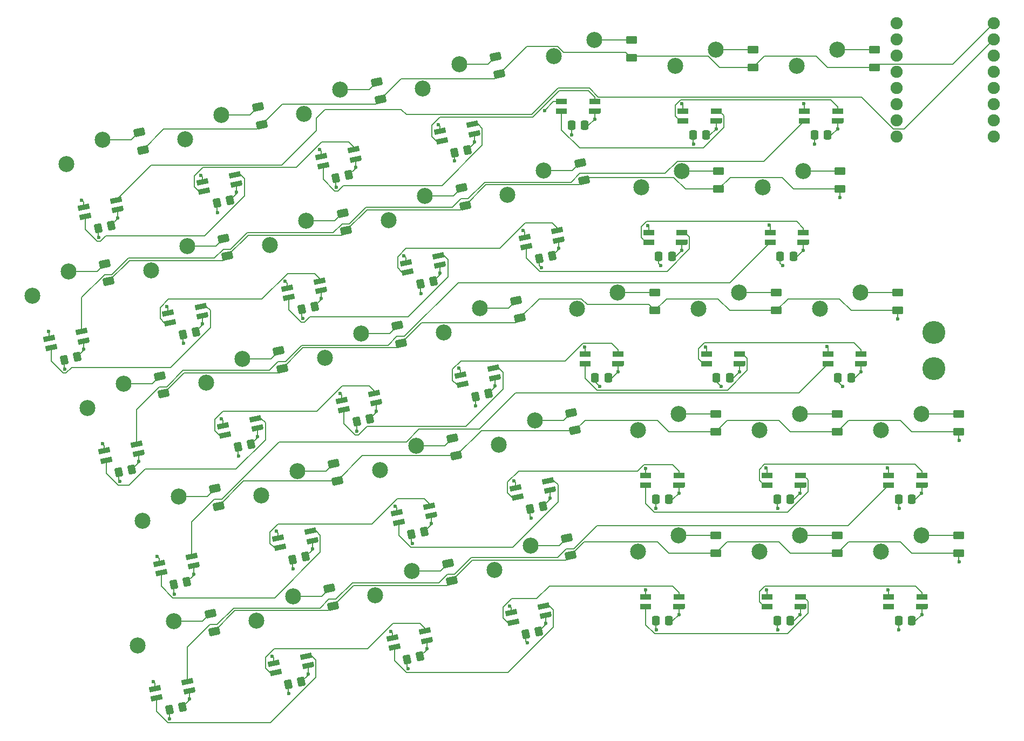
<source format=gbr>
%TF.GenerationSoftware,KiCad,Pcbnew,9.0.3*%
%TF.CreationDate,2025-11-25T10:19:29-05:00*%
%TF.ProjectId,Wren,5772656e-2e6b-4696-9361-645f70636258,rev?*%
%TF.SameCoordinates,Original*%
%TF.FileFunction,Copper,L4,Bot*%
%TF.FilePolarity,Positive*%
%FSLAX46Y46*%
G04 Gerber Fmt 4.6, Leading zero omitted, Abs format (unit mm)*
G04 Created by KiCad (PCBNEW 9.0.3) date 2025-11-25 10:19:29*
%MOMM*%
%LPD*%
G01*
G04 APERTURE LIST*
G04 Aperture macros list*
%AMRoundRect*
0 Rectangle with rounded corners*
0 $1 Rounding radius*
0 $2 $3 $4 $5 $6 $7 $8 $9 X,Y pos of 4 corners*
0 Add a 4 corners polygon primitive as box body*
4,1,4,$2,$3,$4,$5,$6,$7,$8,$9,$2,$3,0*
0 Add four circle primitives for the rounded corners*
1,1,$1+$1,$2,$3*
1,1,$1+$1,$4,$5*
1,1,$1+$1,$6,$7*
1,1,$1+$1,$8,$9*
0 Add four rect primitives between the rounded corners*
20,1,$1+$1,$2,$3,$4,$5,0*
20,1,$1+$1,$4,$5,$6,$7,0*
20,1,$1+$1,$6,$7,$8,$9,0*
20,1,$1+$1,$8,$9,$2,$3,0*%
%AMRotRect*
0 Rectangle, with rotation*
0 The origin of the aperture is its center*
0 $1 length*
0 $2 width*
0 $3 Rotation angle, in degrees counterclockwise*
0 Add horizontal line*
21,1,$1,$2,0,0,$3*%
%AMOutline5P*
0 Free polygon, 5 corners , with rotation*
0 The origin of the aperture is its center*
0 number of corners: always 5*
0 $1 to $10 corner X, Y*
0 $11 Rotation angle, in degrees counterclockwise*
0 create outline with 5 corners*
4,1,5,$1,$2,$3,$4,$5,$6,$7,$8,$9,$10,$1,$2,$11*%
%AMOutline6P*
0 Free polygon, 6 corners , with rotation*
0 The origin of the aperture is its center*
0 number of corners: always 6*
0 $1 to $12 corner X, Y*
0 $13 Rotation angle, in degrees counterclockwise*
0 create outline with 6 corners*
4,1,6,$1,$2,$3,$4,$5,$6,$7,$8,$9,$10,$11,$12,$1,$2,$13*%
%AMOutline7P*
0 Free polygon, 7 corners , with rotation*
0 The origin of the aperture is its center*
0 number of corners: always 7*
0 $1 to $14 corner X, Y*
0 $15 Rotation angle, in degrees counterclockwise*
0 create outline with 7 corners*
4,1,7,$1,$2,$3,$4,$5,$6,$7,$8,$9,$10,$11,$12,$13,$14,$1,$2,$15*%
%AMOutline8P*
0 Free polygon, 8 corners , with rotation*
0 The origin of the aperture is its center*
0 number of corners: always 8*
0 $1 to $16 corner X, Y*
0 $17 Rotation angle, in degrees counterclockwise*
0 create outline with 8 corners*
4,1,8,$1,$2,$3,$4,$5,$6,$7,$8,$9,$10,$11,$12,$13,$14,$15,$16,$1,$2,$17*%
G04 Aperture macros list end*
%TA.AperFunction,ComponentPad*%
%ADD10C,2.500000*%
%TD*%
%TA.AperFunction,ComponentPad*%
%ADD11C,3.600000*%
%TD*%
%TA.AperFunction,SMDPad,CuDef*%
%ADD12RoundRect,0.250000X0.231367X0.534790X-0.428883X0.394450X-0.231367X-0.534790X0.428883X-0.394450X0*%
%TD*%
%TA.AperFunction,SMDPad,CuDef*%
%ADD13RoundRect,0.250000X0.625000X-0.375000X0.625000X0.375000X-0.625000X0.375000X-0.625000X-0.375000X0*%
%TD*%
%TA.AperFunction,SMDPad,CuDef*%
%ADD14R,1.800000X0.820000*%
%TD*%
%TA.AperFunction,SMDPad,CuDef*%
%ADD15Outline5P,-0.900000X0.410000X0.900000X0.410000X0.900000X-0.246000X0.736000X-0.410000X-0.900000X-0.410000X0.000000*%
%TD*%
%TA.AperFunction,SMDPad,CuDef*%
%ADD16RoundRect,0.250000X0.337500X0.475000X-0.337500X0.475000X-0.337500X-0.475000X0.337500X-0.475000X0*%
%TD*%
%TA.AperFunction,SMDPad,CuDef*%
%ADD17RotRect,1.800000X0.820000X12.000000*%
%TD*%
%TA.AperFunction,SMDPad,CuDef*%
%ADD18Outline5P,-0.900000X0.410000X0.900000X0.410000X0.900000X-0.246000X0.736000X-0.410000X-0.900000X-0.410000X12.000000*%
%TD*%
%TA.AperFunction,SMDPad,CuDef*%
%ADD19RoundRect,0.250000X0.689309X-0.236861X0.533375X0.496750X-0.689309X0.236861X-0.533375X-0.496750X0*%
%TD*%
%TA.AperFunction,ComponentPad*%
%ADD20C,1.905000*%
%TD*%
%TA.AperFunction,ViaPad*%
%ADD21C,0.600000*%
%TD*%
%TA.AperFunction,Conductor*%
%ADD22C,0.200000*%
%TD*%
G04 APERTURE END LIST*
D10*
%TO.P,SW54,1,1*%
%TO.N,col4*%
X361314929Y-174844623D03*
%TO.P,SW54,2,2*%
%TO.N,Net-(D89-A)*%
X367664929Y-172304623D03*
%TD*%
%TO.P,SW55,1,1*%
%TO.N,col5*%
X380364929Y-174844623D03*
%TO.P,SW55,2,2*%
%TO.N,Net-(D90-A)*%
X386714929Y-172304623D03*
%TD*%
%TO.P,SW50,1,1*%
%TO.N,col0*%
X284471913Y-190451770D03*
%TO.P,SW50,2,2*%
%TO.N,Net-(D85-A)*%
X290155054Y-186647036D03*
%TD*%
%TO.P,SW67,1,1*%
%TO.N,col3*%
X348294485Y-215837041D03*
%TO.P,SW67,2,2*%
%TO.N,Net-(D102-A)*%
X353977626Y-212032307D03*
%TD*%
%TO.P,SW58,1,1*%
%TO.N,col1*%
X311724743Y-204134564D03*
%TO.P,SW58,2,2*%
%TO.N,Net-(D93-A)*%
X317407884Y-200329830D03*
%TD*%
%TO.P,SW51,1,1*%
%TO.N,col1*%
X303105625Y-186491052D03*
%TO.P,SW51,2,2*%
%TO.N,Net-(D86-A)*%
X308788766Y-182686318D03*
%TD*%
%TO.P,SW37,1,1*%
%TO.N,col1*%
X299842789Y-148233429D03*
%TO.P,SW37,2,2*%
%TO.N,Net-(D72-A)*%
X305525930Y-144428695D03*
%TD*%
%TO.P,SW62,1,1*%
%TO.N,col5*%
X389889929Y-193894623D03*
%TO.P,SW62,2,2*%
%TO.N,Net-(D97-A)*%
X396239929Y-191354623D03*
%TD*%
%TO.P,SW53,1,1*%
%TO.N,col3*%
X340373049Y-178569617D03*
%TO.P,SW53,2,2*%
%TO.N,Net-(D88-A)*%
X346056190Y-174764883D03*
%TD*%
%TO.P,SW70,1,1*%
%TO.N,col6*%
X408939929Y-212944623D03*
%TO.P,SW70,2,2*%
%TO.N,Net-(D105-A)*%
X415289929Y-210404623D03*
%TD*%
%TO.P,SW45,1,1*%
%TO.N,col2*%
X313120219Y-164886823D03*
%TO.P,SW45,2,2*%
%TO.N,Net-(D80-A)*%
X318803360Y-161082089D03*
%TD*%
%TO.P,SW59,1,1*%
%TO.N,col2*%
X330358455Y-200173846D03*
%TO.P,SW59,2,2*%
%TO.N,Net-(D94-A)*%
X336041596Y-196369112D03*
%TD*%
%TO.P,SW64,1,1*%
%TO.N,col0*%
X292393349Y-227719194D03*
%TO.P,SW64,2,2*%
%TO.N,Net-(D99-A)*%
X298076490Y-223914460D03*
%TD*%
%TO.P,SW36,1,1*%
%TO.N,col0*%
X281209077Y-152194146D03*
%TO.P,SW36,2,2*%
%TO.N,Net-(D71-A)*%
X286892218Y-148389412D03*
%TD*%
%TO.P,SW63,1,1*%
%TO.N,col6*%
X408939929Y-193894623D03*
%TO.P,SW63,2,2*%
%TO.N,Net-(D98-A)*%
X415289929Y-191354623D03*
%TD*%
%TO.P,SW41,1,1*%
%TO.N,col5*%
X376685048Y-136744629D03*
%TO.P,SW41,2,2*%
%TO.N,Net-(D76-A)*%
X383035048Y-134204629D03*
%TD*%
%TO.P,SW43,1,1*%
%TO.N,col0*%
X275852795Y-172808258D03*
%TO.P,SW43,2,2*%
%TO.N,Net-(D78-A)*%
X281535936Y-169003524D03*
%TD*%
%TO.P,SW40,1,1*%
%TO.N,col4*%
X357635048Y-135244229D03*
%TO.P,SW40,2,2*%
%TO.N,Net-(D75-A)*%
X363985048Y-132704229D03*
%TD*%
D11*
%TO.P,J1,1,Pin_1*%
%TO.N,+5V*%
X417250000Y-178600000D03*
%TD*%
D10*
%TO.P,SW56,1,1*%
%TO.N,col6*%
X399414929Y-174844623D03*
%TO.P,SW56,2,2*%
%TO.N,Net-(D91-A)*%
X405764929Y-172304623D03*
%TD*%
%TO.P,SW52,1,1*%
%TO.N,col2*%
X321739337Y-182530334D03*
%TO.P,SW52,2,2*%
%TO.N,Net-(D87-A)*%
X327422478Y-178725600D03*
%TD*%
%TO.P,SW46,1,1*%
%TO.N,col3*%
X331753931Y-160926105D03*
%TO.P,SW46,2,2*%
%TO.N,Net-(D81-A)*%
X337437072Y-157121371D03*
%TD*%
%TO.P,SW44,1,1*%
%TO.N,col1*%
X294486507Y-168847540D03*
%TO.P,SW44,2,2*%
%TO.N,Net-(D79-A)*%
X300169648Y-165042806D03*
%TD*%
%TO.P,SW61,1,1*%
%TO.N,col4*%
X370839929Y-193894623D03*
%TO.P,SW61,2,2*%
%TO.N,Net-(D96-A)*%
X377189929Y-191354623D03*
%TD*%
%TO.P,SW38,1,1*%
%TO.N,col2*%
X318476501Y-144272711D03*
%TO.P,SW38,2,2*%
%TO.N,Net-(D73-A)*%
X324159642Y-140467977D03*
%TD*%
%TO.P,SW49,1,1*%
%TO.N,col6*%
X390374929Y-155794623D03*
%TO.P,SW49,2,2*%
%TO.N,Net-(D84-A)*%
X396724929Y-153254623D03*
%TD*%
%TO.P,SW60,1,1*%
%TO.N,col3*%
X348992167Y-196213129D03*
%TO.P,SW60,2,2*%
%TO.N,Net-(D95-A)*%
X354675308Y-192408395D03*
%TD*%
%TO.P,SW68,1,1*%
%TO.N,col4*%
X370839929Y-212944623D03*
%TO.P,SW68,2,2*%
%TO.N,Net-(D103-A)*%
X377189929Y-210404623D03*
%TD*%
%TO.P,SW65,1,1*%
%TO.N,col1*%
X311027061Y-223758476D03*
%TO.P,SW65,2,2*%
%TO.N,Net-(D100-A)*%
X316710202Y-219953742D03*
%TD*%
%TO.P,SW39,1,1*%
%TO.N,col3*%
X337110213Y-140311993D03*
%TO.P,SW39,2,2*%
%TO.N,Net-(D74-A)*%
X342793354Y-136507259D03*
%TD*%
%TO.P,SW66,1,1*%
%TO.N,col2*%
X329660773Y-219797759D03*
%TO.P,SW66,2,2*%
%TO.N,Net-(D101-A)*%
X335343914Y-215993025D03*
%TD*%
D11*
%TO.P,J2,1,Pin_1*%
%TO.N,GND*%
X417250000Y-184250000D03*
%TD*%
D10*
%TO.P,SW69,1,1*%
%TO.N,col5*%
X389889929Y-212944623D03*
%TO.P,SW69,2,2*%
%TO.N,Net-(D104-A)*%
X396239929Y-210404623D03*
%TD*%
%TO.P,SW42,1,1*%
%TO.N,col6*%
X395735048Y-136744629D03*
%TO.P,SW42,2,2*%
%TO.N,Net-(D77-A)*%
X402085048Y-134204629D03*
%TD*%
%TO.P,SW57,1,1*%
%TO.N,col0*%
X293091031Y-208095282D03*
%TO.P,SW57,2,2*%
%TO.N,Net-(D92-A)*%
X298774172Y-204290548D03*
%TD*%
%TO.P,SW47,1,1*%
%TO.N,col4*%
X350387594Y-156965387D03*
%TO.P,SW47,2,2*%
%TO.N,Net-(D82-A)*%
X356070735Y-153160653D03*
%TD*%
%TO.P,SW48,1,1*%
%TO.N,col5*%
X371324929Y-155794623D03*
%TO.P,SW48,2,2*%
%TO.N,Net-(D83-A)*%
X377674929Y-153254623D03*
%TD*%
D12*
%TO.P,C60,1*%
%TO.N,+5V*%
X355992177Y-205830405D03*
%TO.P,C60,2*%
%TO.N,GND*%
X353962521Y-206261821D03*
%TD*%
D13*
%TO.P,D90,1,K*%
%TO.N,row2*%
X392542929Y-175107123D03*
%TO.P,D90,2,A*%
%TO.N,Net-(D90-A)*%
X392542929Y-172307123D03*
%TD*%
D14*
%TO.P,D112,1,DOUT*%
%TO.N,Net-(D112-DOUT)*%
X396945048Y-145359629D03*
D15*
%TO.P,D112,2,VSS*%
%TO.N,+5V*%
X402145048Y-145359629D03*
D14*
%TO.P,D112,3,DIN*%
%TO.N,Net-(D111-DOUT)*%
X402145048Y-143859629D03*
%TO.P,D112,4,VDD*%
%TO.N,GND*%
X396945048Y-143859629D03*
%TD*%
D16*
%TO.P,C41,1*%
%TO.N,+5V*%
X381532548Y-147607129D03*
%TO.P,C41,2*%
%TO.N,GND*%
X379457548Y-147607129D03*
%TD*%
D13*
%TO.P,D97,1,K*%
%TO.N,row3*%
X402067929Y-194157123D03*
%TO.P,D97,2,A*%
%TO.N,Net-(D97-A)*%
X402067929Y-191357123D03*
%TD*%
D14*
%TO.P,D139,1,DOUT*%
%TO.N,Net-(D139-DOUT)*%
X391099929Y-221559623D03*
D15*
%TO.P,D139,2,VSS*%
%TO.N,+5V*%
X396299929Y-221559623D03*
D14*
%TO.P,D139,3,DIN*%
%TO.N,Net-(D138-DOUT)*%
X396299929Y-220059623D03*
%TO.P,D139,4,VDD*%
%TO.N,GND*%
X391099929Y-220059623D03*
%TD*%
D13*
%TO.P,D98,1,K*%
%TO.N,row3*%
X421117929Y-194157123D03*
%TO.P,D98,2,A*%
%TO.N,Net-(D98-A)*%
X421117929Y-191357123D03*
%TD*%
D12*
%TO.P,C65,1*%
%TO.N,+5V*%
X318027072Y-233375753D03*
%TO.P,C65,2*%
%TO.N,GND*%
X315997416Y-233807169D03*
%TD*%
D17*
%TO.P,D127,1,DOUT*%
%TO.N,Net-(D127-DOUT)*%
X296065749Y-216270450D03*
D18*
%TO.P,D127,2,VSS*%
%TO.N,+5V*%
X301152118Y-215189309D03*
D17*
%TO.P,D127,3,DIN*%
%TO.N,Net-(D126-DOUT)*%
X300840249Y-213722088D03*
%TO.P,D127,4,VDD*%
%TO.N,GND*%
X295753880Y-214803229D03*
%TD*%
D13*
%TO.P,D77,1,K*%
%TO.N,row0*%
X407913048Y-137007129D03*
%TO.P,D77,2,A*%
%TO.N,Net-(D77-A)*%
X407913048Y-134207129D03*
%TD*%
D12*
%TO.P,C66,1*%
%TO.N,+5V*%
X336660784Y-229415035D03*
%TO.P,C66,2*%
%TO.N,GND*%
X334631128Y-229846451D03*
%TD*%
D14*
%TO.P,D140,1,DOUT*%
%TO.N,unconnected-(D140-DOUT-Pad1)*%
X410149929Y-221559623D03*
D15*
%TO.P,D140,2,VSS*%
%TO.N,+5V*%
X415349929Y-221559623D03*
D14*
%TO.P,D140,3,DIN*%
%TO.N,Net-(D139-DOUT)*%
X415349929Y-220059623D03*
%TO.P,D140,4,VDD*%
%TO.N,GND*%
X410149929Y-220059623D03*
%TD*%
D17*
%TO.P,D109,1,DOUT*%
%TO.N,Net-(D109-DOUT)*%
X340084930Y-148487161D03*
D18*
%TO.P,D109,2,VSS*%
%TO.N,+5V*%
X345171299Y-147406020D03*
D17*
%TO.P,D109,3,DIN*%
%TO.N,Net-(D108-DOUT)*%
X344859430Y-145938799D03*
%TO.P,D109,4,VDD*%
%TO.N,GND*%
X339773061Y-147019940D03*
%TD*%
D19*
%TO.P,D82,1,K*%
%TO.N,row1*%
X362354052Y-154690202D03*
%TO.P,D82,2,A*%
%TO.N,Net-(D82-A)*%
X361771900Y-151951388D03*
%TD*%
D16*
%TO.P,C55,1*%
%TO.N,+5V*%
X385212429Y-185707123D03*
%TO.P,C55,2*%
%TO.N,GND*%
X383137429Y-185707123D03*
%TD*%
%TO.P,C48,1*%
%TO.N,+5V*%
X376172429Y-166657123D03*
%TO.P,C48,2*%
%TO.N,GND*%
X374097429Y-166657123D03*
%TD*%
D14*
%TO.P,D124,1,DOUT*%
%TO.N,Net-(D124-DOUT)*%
X362524929Y-183459623D03*
D15*
%TO.P,D124,2,VSS*%
%TO.N,+5V*%
X367724929Y-183459623D03*
D14*
%TO.P,D124,3,DIN*%
%TO.N,Net-(D123-DOUT)*%
X367724929Y-181959623D03*
%TO.P,D124,4,VDD*%
%TO.N,GND*%
X362524929Y-181959623D03*
%TD*%
D16*
%TO.P,C40,1*%
%TO.N,+5V*%
X362482548Y-146106729D03*
%TO.P,C40,2*%
%TO.N,GND*%
X360407548Y-146106729D03*
%TD*%
D12*
%TO.P,C52,1*%
%TO.N,+5V*%
X328739348Y-192147611D03*
%TO.P,C52,2*%
%TO.N,GND*%
X326709692Y-192579027D03*
%TD*%
%TO.P,C37,1*%
%TO.N,+5V*%
X306842800Y-157850705D03*
%TO.P,C37,2*%
%TO.N,GND*%
X304813144Y-158282121D03*
%TD*%
D19*
%TO.P,D87,1,K*%
%TO.N,row2*%
X333705794Y-180255149D03*
%TO.P,D87,2,A*%
%TO.N,Net-(D87-A)*%
X333123642Y-177516335D03*
%TD*%
D14*
%TO.P,D133,1,DOUT*%
%TO.N,Net-(D133-DOUT)*%
X410149929Y-202509623D03*
D15*
%TO.P,D133,2,VSS*%
%TO.N,+5V*%
X415349929Y-202509623D03*
D14*
%TO.P,D133,3,DIN*%
%TO.N,Net-(D132-DOUT)*%
X415349929Y-201009623D03*
%TO.P,D133,4,VDD*%
%TO.N,GND*%
X410149929Y-201009623D03*
%TD*%
D12*
%TO.P,C44,1*%
%TO.N,+5V*%
X301486518Y-178464817D03*
%TO.P,C44,2*%
%TO.N,GND*%
X299456862Y-178896233D03*
%TD*%
D19*
%TO.P,D95,1,K*%
%TO.N,row3*%
X360958624Y-193937944D03*
%TO.P,D95,2,A*%
%TO.N,Net-(D95-A)*%
X360376472Y-191199130D03*
%TD*%
%TO.P,D101,1,K*%
%TO.N,row4*%
X341627231Y-217522574D03*
%TO.P,D101,2,A*%
%TO.N,Net-(D101-A)*%
X341045079Y-214783760D03*
%TD*%
D16*
%TO.P,C61,1*%
%TO.N,+5V*%
X375687429Y-204757123D03*
%TO.P,C61,2*%
%TO.N,GND*%
X373612429Y-204757123D03*
%TD*%
%TO.P,C68,1*%
%TO.N,+5V*%
X375687429Y-223807123D03*
%TO.P,C68,2*%
%TO.N,GND*%
X373612429Y-223807123D03*
%TD*%
D17*
%TO.P,D116,1,DOUT*%
%TO.N,Net-(D116-DOUT)*%
X334728648Y-169101273D03*
D18*
%TO.P,D116,2,VSS*%
%TO.N,+5V*%
X339815017Y-168020132D03*
D17*
%TO.P,D116,3,DIN*%
%TO.N,Net-(D115-DOUT)*%
X339503148Y-166552911D03*
%TO.P,D116,4,VDD*%
%TO.N,GND*%
X334416779Y-167634052D03*
%TD*%
D19*
%TO.P,D93,1,K*%
%TO.N,row3*%
X323691201Y-201859379D03*
%TO.P,D93,2,A*%
%TO.N,Net-(D93-A)*%
X323109049Y-199120565D03*
%TD*%
D16*
%TO.P,C49,1*%
%TO.N,+5V*%
X395222429Y-166657123D03*
%TO.P,C49,2*%
%TO.N,GND*%
X393147429Y-166657123D03*
%TD*%
D14*
%TO.P,D131,1,DOUT*%
%TO.N,Net-(D131-DOUT)*%
X372049929Y-202509623D03*
D15*
%TO.P,D131,2,VSS*%
%TO.N,+5V*%
X377249929Y-202509623D03*
D14*
%TO.P,D131,3,DIN*%
%TO.N,Net-(D130-DOUT)*%
X377249929Y-201009623D03*
%TO.P,D131,4,VDD*%
%TO.N,GND*%
X372049929Y-201009623D03*
%TD*%
D12*
%TO.P,C50,1*%
%TO.N,+5V*%
X291471924Y-200069046D03*
%TO.P,C50,2*%
%TO.N,GND*%
X289442268Y-200500462D03*
%TD*%
D16*
%TO.P,C62,1*%
%TO.N,+5V*%
X394737429Y-204757123D03*
%TO.P,C62,2*%
%TO.N,GND*%
X392662429Y-204757123D03*
%TD*%
D19*
%TO.P,D71,1,K*%
%TO.N,row0*%
X293175535Y-149918962D03*
%TO.P,D71,2,A*%
%TO.N,Net-(D71-A)*%
X292593383Y-147180148D03*
%TD*%
%TO.P,D81,1,K*%
%TO.N,row1*%
X343720388Y-158650920D03*
%TO.P,D81,2,A*%
%TO.N,Net-(D81-A)*%
X343138236Y-155912106D03*
%TD*%
D14*
%TO.P,D138,1,DOUT*%
%TO.N,Net-(D138-DOUT)*%
X372049929Y-221559623D03*
D15*
%TO.P,D138,2,VSS*%
%TO.N,+5V*%
X377249929Y-221559623D03*
D14*
%TO.P,D138,3,DIN*%
%TO.N,Net-(D137-DOUT)*%
X377249929Y-220059623D03*
%TO.P,D138,4,VDD*%
%TO.N,GND*%
X372049929Y-220059623D03*
%TD*%
D19*
%TO.P,D80,1,K*%
%TO.N,row1*%
X325086676Y-162611638D03*
%TO.P,D80,2,A*%
%TO.N,Net-(D80-A)*%
X324504524Y-159872824D03*
%TD*%
%TO.P,D72,1,K*%
%TO.N,row0*%
X311809247Y-145958244D03*
%TO.P,D72,2,A*%
%TO.N,Net-(D72-A)*%
X311227095Y-143219430D03*
%TD*%
D14*
%TO.P,D118,1,DOUT*%
%TO.N,Net-(D118-DOUT)*%
X372534929Y-164409623D03*
D15*
%TO.P,D118,2,VSS*%
%TO.N,+5V*%
X377734929Y-164409623D03*
D14*
%TO.P,D118,3,DIN*%
%TO.N,Net-(D117-DOUT)*%
X377734929Y-162909623D03*
%TO.P,D118,4,VDD*%
%TO.N,GND*%
X372534929Y-162909623D03*
%TD*%
D12*
%TO.P,C58,1*%
%TO.N,+5V*%
X318724754Y-213751840D03*
%TO.P,C58,2*%
%TO.N,GND*%
X316695098Y-214183256D03*
%TD*%
D19*
%TO.P,D94,1,K*%
%TO.N,row3*%
X342324912Y-197898662D03*
%TO.P,D94,2,A*%
%TO.N,Net-(D94-A)*%
X341742760Y-195159848D03*
%TD*%
D13*
%TO.P,D76,1,K*%
%TO.N,row0*%
X388863048Y-137007129D03*
%TO.P,D76,2,A*%
%TO.N,Net-(D76-A)*%
X388863048Y-134207129D03*
%TD*%
D19*
%TO.P,D92,1,K*%
%TO.N,row3*%
X305057489Y-205820097D03*
%TO.P,D92,2,A*%
%TO.N,Net-(D92-A)*%
X304475337Y-203081283D03*
%TD*%
D17*
%TO.P,D114,1,DOUT*%
%TO.N,Net-(D114-DOUT)*%
X297461224Y-177022708D03*
D18*
%TO.P,D114,2,VSS*%
%TO.N,+5V*%
X302547593Y-175941567D03*
D17*
%TO.P,D114,3,DIN*%
%TO.N,Net-(D113-DOUT)*%
X302235724Y-174474346D03*
%TO.P,D114,4,VDD*%
%TO.N,GND*%
X297149355Y-175555487D03*
%TD*%
D13*
%TO.P,D89,1,K*%
%TO.N,row2*%
X373492929Y-175107123D03*
%TO.P,D89,2,A*%
%TO.N,Net-(D89-A)*%
X373492929Y-172307123D03*
%TD*%
D17*
%TO.P,D137,1,DOUT*%
%TO.N,Net-(D137-DOUT)*%
X351269202Y-224012209D03*
D18*
%TO.P,D137,2,VSS*%
%TO.N,+5V*%
X356355571Y-222931068D03*
D17*
%TO.P,D137,3,DIN*%
%TO.N,Net-(D136-DOUT)*%
X356043702Y-221463847D03*
%TO.P,D137,4,VDD*%
%TO.N,GND*%
X350957333Y-222544988D03*
%TD*%
%TO.P,D120,1,DOUT*%
%TO.N,Net-(D120-DOUT)*%
X287446631Y-198626938D03*
D18*
%TO.P,D120,2,VSS*%
%TO.N,+5V*%
X292533000Y-197545797D03*
D17*
%TO.P,D120,3,DIN*%
%TO.N,Net-(D119-DOUT)*%
X292221131Y-196078576D03*
%TO.P,D120,4,VDD*%
%TO.N,GND*%
X287134762Y-197159717D03*
%TD*%
D12*
%TO.P,C67,1*%
%TO.N,+5V*%
X355294495Y-225454317D03*
%TO.P,C67,2*%
%TO.N,GND*%
X353264839Y-225885733D03*
%TD*%
D16*
%TO.P,C63,1*%
%TO.N,+5V*%
X413787429Y-204757123D03*
%TO.P,C63,2*%
%TO.N,GND*%
X411712429Y-204757123D03*
%TD*%
D13*
%TO.P,D105,1,K*%
%TO.N,row4*%
X421117929Y-213207123D03*
%TO.P,D105,2,A*%
%TO.N,Net-(D105-A)*%
X421117929Y-210407123D03*
%TD*%
D17*
%TO.P,D130,1,DOUT*%
%TO.N,Net-(D130-DOUT)*%
X351966884Y-204388297D03*
D18*
%TO.P,D130,2,VSS*%
%TO.N,+5V*%
X357053253Y-203307156D03*
D17*
%TO.P,D130,3,DIN*%
%TO.N,Net-(D129-DOUT)*%
X356741384Y-201839935D03*
%TO.P,D130,4,VDD*%
%TO.N,GND*%
X351655015Y-202921076D03*
%TD*%
%TO.P,D107,1,DOUT*%
%TO.N,Net-(D107-DOUT)*%
X302817507Y-156408597D03*
D18*
%TO.P,D107,2,VSS*%
%TO.N,+5V*%
X307903876Y-155327456D03*
D17*
%TO.P,D107,3,DIN*%
%TO.N,Net-(D106-DOUT)*%
X307592007Y-153860235D03*
%TO.P,D107,4,VDD*%
%TO.N,GND*%
X302505638Y-154941376D03*
%TD*%
%TO.P,D123,1,DOUT*%
%TO.N,Net-(D123-DOUT)*%
X343347766Y-186744785D03*
D18*
%TO.P,D123,2,VSS*%
%TO.N,+5V*%
X348434135Y-185663644D03*
D17*
%TO.P,D123,3,DIN*%
%TO.N,Net-(D122-DOUT)*%
X348122266Y-184196423D03*
%TO.P,D123,4,VDD*%
%TO.N,GND*%
X343035897Y-185277564D03*
%TD*%
%TO.P,D128,1,DOUT*%
%TO.N,Net-(D128-DOUT)*%
X314699460Y-212309732D03*
D18*
%TO.P,D128,2,VSS*%
%TO.N,+5V*%
X319785829Y-211228591D03*
D17*
%TO.P,D128,3,DIN*%
%TO.N,Net-(D127-DOUT)*%
X319473960Y-209761370D03*
%TO.P,D128,4,VDD*%
%TO.N,GND*%
X314387591Y-210842511D03*
%TD*%
D13*
%TO.P,D75,1,K*%
%TO.N,row0*%
X369813048Y-135506729D03*
%TO.P,D75,2,A*%
%TO.N,Net-(D75-A)*%
X369813048Y-132706729D03*
%TD*%
D17*
%TO.P,D113,1,DOUT*%
%TO.N,Net-(D113-DOUT)*%
X278827513Y-180983426D03*
D18*
%TO.P,D113,2,VSS*%
%TO.N,+5V*%
X283913882Y-179902285D03*
D17*
%TO.P,D113,3,DIN*%
%TO.N,Net-(D112-DOUT)*%
X283602013Y-178435064D03*
%TO.P,D113,4,VDD*%
%TO.N,GND*%
X278515644Y-179516205D03*
%TD*%
%TO.P,D108,1,DOUT*%
%TO.N,Net-(D108-DOUT)*%
X321451218Y-152447879D03*
D18*
%TO.P,D108,2,VSS*%
%TO.N,+5V*%
X326537587Y-151366738D03*
D17*
%TO.P,D108,3,DIN*%
%TO.N,Net-(D107-DOUT)*%
X326225718Y-149899517D03*
%TO.P,D108,4,VDD*%
%TO.N,GND*%
X321139349Y-150980658D03*
%TD*%
D13*
%TO.P,D103,1,K*%
%TO.N,row4*%
X383017929Y-213207123D03*
%TO.P,D103,2,A*%
%TO.N,Net-(D103-A)*%
X383017929Y-210407123D03*
%TD*%
%TO.P,D91,1,K*%
%TO.N,row2*%
X411592929Y-175107123D03*
%TO.P,D91,2,A*%
%TO.N,Net-(D91-A)*%
X411592929Y-172307123D03*
%TD*%
D12*
%TO.P,C46,1*%
%TO.N,+5V*%
X338753941Y-170543381D03*
%TO.P,C46,2*%
%TO.N,GND*%
X336724285Y-170974797D03*
%TD*%
D17*
%TO.P,D117,1,DOUT*%
%TO.N,Net-(D117-DOUT)*%
X353362312Y-165140555D03*
D18*
%TO.P,D117,2,VSS*%
%TO.N,+5V*%
X358448681Y-164059414D03*
D17*
%TO.P,D117,3,DIN*%
%TO.N,Net-(D116-DOUT)*%
X358136812Y-162592193D03*
%TO.P,D117,4,VDD*%
%TO.N,GND*%
X353050443Y-163673334D03*
%TD*%
D14*
%TO.P,D132,1,DOUT*%
%TO.N,Net-(D132-DOUT)*%
X391099929Y-202509623D03*
D15*
%TO.P,D132,2,VSS*%
%TO.N,+5V*%
X396299929Y-202509623D03*
D14*
%TO.P,D132,3,DIN*%
%TO.N,Net-(D131-DOUT)*%
X396299929Y-201009623D03*
%TO.P,D132,4,VDD*%
%TO.N,GND*%
X391099929Y-201009623D03*
%TD*%
D19*
%TO.P,D102,1,K*%
%TO.N,row4*%
X360260942Y-213561856D03*
%TO.P,D102,2,A*%
%TO.N,Net-(D102-A)*%
X359678790Y-210823042D03*
%TD*%
D16*
%TO.P,C69,1*%
%TO.N,+5V*%
X394737429Y-223807123D03*
%TO.P,C69,2*%
%TO.N,GND*%
X392662429Y-223807123D03*
%TD*%
D17*
%TO.P,D122,1,DOUT*%
%TO.N,Net-(D122-DOUT)*%
X324714054Y-190705502D03*
D18*
%TO.P,D122,2,VSS*%
%TO.N,+5V*%
X329800423Y-189624361D03*
D17*
%TO.P,D122,3,DIN*%
%TO.N,Net-(D121-DOUT)*%
X329488554Y-188157140D03*
%TO.P,D122,4,VDD*%
%TO.N,GND*%
X324402185Y-189238281D03*
%TD*%
D19*
%TO.P,D99,1,K*%
%TO.N,row4*%
X304359807Y-225444009D03*
%TO.P,D99,2,A*%
%TO.N,Net-(D99-A)*%
X303777655Y-222705195D03*
%TD*%
D17*
%TO.P,D136,1,DOUT*%
%TO.N,Net-(D136-DOUT)*%
X332635490Y-227972927D03*
D18*
%TO.P,D136,2,VSS*%
%TO.N,+5V*%
X337721859Y-226891786D03*
D17*
%TO.P,D136,3,DIN*%
%TO.N,Net-(D135-DOUT)*%
X337409990Y-225424565D03*
%TO.P,D136,4,VDD*%
%TO.N,GND*%
X332323621Y-226505706D03*
%TD*%
D16*
%TO.P,C56,1*%
%TO.N,+5V*%
X404262429Y-185707123D03*
%TO.P,C56,2*%
%TO.N,GND*%
X402187429Y-185707123D03*
%TD*%
D12*
%TO.P,C39,1*%
%TO.N,+5V*%
X344110223Y-149929270D03*
%TO.P,C39,2*%
%TO.N,GND*%
X342080567Y-150360686D03*
%TD*%
D17*
%TO.P,D129,1,DOUT*%
%TO.N,Net-(D129-DOUT)*%
X333333172Y-208349014D03*
D18*
%TO.P,D129,2,VSS*%
%TO.N,+5V*%
X338419541Y-207267873D03*
D17*
%TO.P,D129,3,DIN*%
%TO.N,Net-(D128-DOUT)*%
X338107672Y-205800652D03*
%TO.P,D129,4,VDD*%
%TO.N,GND*%
X333021303Y-206881793D03*
%TD*%
D16*
%TO.P,C54,1*%
%TO.N,+5V*%
X366162429Y-185707123D03*
%TO.P,C54,2*%
%TO.N,GND*%
X364087429Y-185707123D03*
%TD*%
D19*
%TO.P,D88,1,K*%
%TO.N,row2*%
X352339506Y-176294432D03*
%TO.P,D88,2,A*%
%TO.N,Net-(D88-A)*%
X351757354Y-173555618D03*
%TD*%
D12*
%TO.P,C64,1*%
%TO.N,+5V*%
X299393360Y-237336470D03*
%TO.P,C64,2*%
%TO.N,GND*%
X297363704Y-237767886D03*
%TD*%
%TO.P,C43,1*%
%TO.N,+5V*%
X282852806Y-182425535D03*
%TO.P,C43,2*%
%TO.N,GND*%
X280823150Y-182856951D03*
%TD*%
%TO.P,C47,1*%
%TO.N,+5V*%
X357387605Y-166582663D03*
%TO.P,C47,2*%
%TO.N,GND*%
X355357949Y-167014079D03*
%TD*%
D17*
%TO.P,D121,1,DOUT*%
%TO.N,Net-(D121-DOUT)*%
X306080342Y-194666220D03*
D18*
%TO.P,D121,2,VSS*%
%TO.N,+5V*%
X311166711Y-193585079D03*
D17*
%TO.P,D121,3,DIN*%
%TO.N,Net-(D120-DOUT)*%
X310854842Y-192117858D03*
%TO.P,D121,4,VDD*%
%TO.N,GND*%
X305768473Y-193198999D03*
%TD*%
D12*
%TO.P,C38,1*%
%TO.N,+5V*%
X325476512Y-153889987D03*
%TO.P,C38,2*%
%TO.N,GND*%
X323446856Y-154321403D03*
%TD*%
D17*
%TO.P,D135,1,DOUT*%
%TO.N,Net-(D135-DOUT)*%
X314001779Y-231933644D03*
D18*
%TO.P,D135,2,VSS*%
%TO.N,+5V*%
X319088148Y-230852503D03*
D17*
%TO.P,D135,3,DIN*%
%TO.N,Net-(D134-DOUT)*%
X318776279Y-229385282D03*
%TO.P,D135,4,VDD*%
%TO.N,GND*%
X313689910Y-230466423D03*
%TD*%
D12*
%TO.P,C51,1*%
%TO.N,+5V*%
X310105636Y-196108328D03*
%TO.P,C51,2*%
%TO.N,GND*%
X308075980Y-196539744D03*
%TD*%
D13*
%TO.P,D104,1,K*%
%TO.N,row4*%
X402067929Y-213207123D03*
%TO.P,D104,2,A*%
%TO.N,Net-(D104-A)*%
X402067929Y-210407123D03*
%TD*%
D17*
%TO.P,D106,1,DOUT*%
%TO.N,Net-(D106-DOUT)*%
X284183795Y-160369314D03*
D18*
%TO.P,D106,2,VSS*%
%TO.N,+5V*%
X289270164Y-159288173D03*
D17*
%TO.P,D106,3,DIN*%
%TO.N,led*%
X288958295Y-157820952D03*
%TO.P,D106,4,VDD*%
%TO.N,GND*%
X283871926Y-158902093D03*
%TD*%
D19*
%TO.P,D74,1,K*%
%TO.N,row0*%
X349076670Y-138036809D03*
%TO.P,D74,2,A*%
%TO.N,Net-(D74-A)*%
X348494518Y-135297995D03*
%TD*%
D17*
%TO.P,D115,1,DOUT*%
%TO.N,Net-(D115-DOUT)*%
X316094936Y-173061991D03*
D18*
%TO.P,D115,2,VSS*%
%TO.N,+5V*%
X321181305Y-171980850D03*
D17*
%TO.P,D115,3,DIN*%
%TO.N,Net-(D114-DOUT)*%
X320869436Y-170513629D03*
%TO.P,D115,4,VDD*%
%TO.N,GND*%
X315783067Y-171594770D03*
%TD*%
D19*
%TO.P,D85,1,K*%
%TO.N,row2*%
X296438371Y-188176585D03*
%TO.P,D85,2,A*%
%TO.N,Net-(D85-A)*%
X295856219Y-185437771D03*
%TD*%
D14*
%TO.P,D125,1,DOUT*%
%TO.N,Net-(D125-DOUT)*%
X381574929Y-183459623D03*
D15*
%TO.P,D125,2,VSS*%
%TO.N,+5V*%
X386774929Y-183459623D03*
D14*
%TO.P,D125,3,DIN*%
%TO.N,Net-(D124-DOUT)*%
X386774929Y-181959623D03*
%TO.P,D125,4,VDD*%
%TO.N,GND*%
X381574929Y-181959623D03*
%TD*%
D19*
%TO.P,D86,1,K*%
%TO.N,row2*%
X315072083Y-184215867D03*
%TO.P,D86,2,A*%
%TO.N,Net-(D86-A)*%
X314489931Y-181477053D03*
%TD*%
%TO.P,D78,1,K*%
%TO.N,row1*%
X287819253Y-170533073D03*
%TO.P,D78,2,A*%
%TO.N,Net-(D78-A)*%
X287237101Y-167794259D03*
%TD*%
D13*
%TO.P,D83,1,K*%
%TO.N,row1*%
X383502929Y-156057123D03*
%TO.P,D83,2,A*%
%TO.N,Net-(D83-A)*%
X383502929Y-153257123D03*
%TD*%
D17*
%TO.P,D134,1,DOUT*%
%TO.N,Net-(D134-DOUT)*%
X295368067Y-235894362D03*
D18*
%TO.P,D134,2,VSS*%
%TO.N,+5V*%
X300454436Y-234813221D03*
D17*
%TO.P,D134,3,DIN*%
%TO.N,Net-(D133-DOUT)*%
X300142567Y-233346000D03*
%TO.P,D134,4,VDD*%
%TO.N,GND*%
X295056198Y-234427141D03*
%TD*%
D14*
%TO.P,D119,1,DOUT*%
%TO.N,Net-(D119-DOUT)*%
X391584929Y-164409623D03*
D15*
%TO.P,D119,2,VSS*%
%TO.N,+5V*%
X396784929Y-164409623D03*
D14*
%TO.P,D119,3,DIN*%
%TO.N,Net-(D118-DOUT)*%
X396784929Y-162909623D03*
%TO.P,D119,4,VDD*%
%TO.N,GND*%
X391584929Y-162909623D03*
%TD*%
D16*
%TO.P,C70,1*%
%TO.N,+5V*%
X413787429Y-223807123D03*
%TO.P,C70,2*%
%TO.N,GND*%
X411712429Y-223807123D03*
%TD*%
D12*
%TO.P,C45,1*%
%TO.N,+5V*%
X320120230Y-174504099D03*
%TO.P,C45,2*%
%TO.N,GND*%
X318090574Y-174935515D03*
%TD*%
D14*
%TO.P,D126,1,DOUT*%
%TO.N,Net-(D126-DOUT)*%
X400624929Y-183459623D03*
D15*
%TO.P,D126,2,VSS*%
%TO.N,+5V*%
X405824929Y-183459623D03*
D14*
%TO.P,D126,3,DIN*%
%TO.N,Net-(D125-DOUT)*%
X405824929Y-181959623D03*
%TO.P,D126,4,VDD*%
%TO.N,GND*%
X400624929Y-181959623D03*
%TD*%
D13*
%TO.P,D84,1,K*%
%TO.N,row1*%
X402552929Y-156057123D03*
%TO.P,D84,2,A*%
%TO.N,Net-(D84-A)*%
X402552929Y-153257123D03*
%TD*%
D12*
%TO.P,C36,1*%
%TO.N,+5V*%
X288209088Y-161811423D03*
%TO.P,C36,2*%
%TO.N,GND*%
X286179432Y-162242839D03*
%TD*%
D16*
%TO.P,C42,1*%
%TO.N,+5V*%
X400582548Y-147607129D03*
%TO.P,C42,2*%
%TO.N,GND*%
X398507548Y-147607129D03*
%TD*%
D19*
%TO.P,D100,1,K*%
%TO.N,row4*%
X322993519Y-221483292D03*
%TO.P,D100,2,A*%
%TO.N,Net-(D100-A)*%
X322411367Y-218744478D03*
%TD*%
D20*
%TO.P,U2,0,GPIO0*%
%TO.N,col0*%
X411380000Y-147880000D03*
%TO.P,U2,1,GPIO1*%
%TO.N,col1*%
X411380000Y-145340000D03*
%TO.P,U2,2,GPIO2*%
%TO.N,col2*%
X411380000Y-142800000D03*
%TO.P,U2,3,GPIO3*%
%TO.N,col3*%
X411380000Y-140260000D03*
%TO.P,U2,3.3,3V3*%
%TO.N,unconnected-(U2-3V3-Pad3.3)*%
X411380000Y-135180000D03*
%TO.P,U2,4,GPIO4*%
%TO.N,col4*%
X411380000Y-137720000D03*
%TO.P,U2,5,GPIO5*%
%TO.N,row0*%
X426620000Y-130100000D03*
%TO.P,U2,5V,5V*%
%TO.N,+5V*%
X411380000Y-130100000D03*
%TO.P,U2,6,GPIO6*%
%TO.N,led*%
X426620000Y-132640000D03*
%TO.P,U2,7,GPIO7*%
%TO.N,row4*%
X426620000Y-135180000D03*
%TO.P,U2,8,GPIO8*%
%TO.N,row3*%
X426620000Y-137720000D03*
%TO.P,U2,9,GPIO9*%
%TO.N,row2*%
X426620000Y-140260000D03*
%TO.P,U2,10,GPIO10*%
%TO.N,row1*%
X426620000Y-142800000D03*
%TO.P,U2,20,GPIO20*%
%TO.N,col6*%
X426620000Y-145340000D03*
%TO.P,U2,21,GPIO21*%
%TO.N,col5*%
X426620000Y-147880000D03*
%TO.P,U2,G,GND*%
%TO.N,GND*%
X411380000Y-132640000D03*
%TD*%
D14*
%TO.P,D111,1,DOUT*%
%TO.N,Net-(D111-DOUT)*%
X377895048Y-145359629D03*
D15*
%TO.P,D111,2,VSS*%
%TO.N,+5V*%
X383095048Y-145359629D03*
D14*
%TO.P,D111,3,DIN*%
%TO.N,Net-(D110-DOUT)*%
X383095048Y-143859629D03*
%TO.P,D111,4,VDD*%
%TO.N,GND*%
X377895048Y-143859629D03*
%TD*%
D19*
%TO.P,D79,1,K*%
%TO.N,row1*%
X306452965Y-166572356D03*
%TO.P,D79,2,A*%
%TO.N,Net-(D79-A)*%
X305870813Y-163833542D03*
%TD*%
D12*
%TO.P,C53,1*%
%TO.N,+5V*%
X347373059Y-188186893D03*
%TO.P,C53,2*%
%TO.N,GND*%
X345343403Y-188618309D03*
%TD*%
D13*
%TO.P,D96,1,K*%
%TO.N,row3*%
X383017929Y-194157123D03*
%TO.P,D96,2,A*%
%TO.N,Net-(D96-A)*%
X383017929Y-191357123D03*
%TD*%
D14*
%TO.P,D110,1,DOUT*%
%TO.N,Net-(D110-DOUT)*%
X358845048Y-143859229D03*
D15*
%TO.P,D110,2,VSS*%
%TO.N,+5V*%
X364045048Y-143859229D03*
D14*
%TO.P,D110,3,DIN*%
%TO.N,Net-(D109-DOUT)*%
X364045048Y-142359229D03*
%TO.P,D110,4,VDD*%
%TO.N,GND*%
X358845048Y-142359229D03*
%TD*%
D12*
%TO.P,C59,1*%
%TO.N,+5V*%
X337358466Y-209791123D03*
%TO.P,C59,2*%
%TO.N,GND*%
X335328810Y-210222539D03*
%TD*%
%TO.P,C57,1*%
%TO.N,+5V*%
X300091042Y-217712558D03*
%TO.P,C57,2*%
%TO.N,GND*%
X298061386Y-218143974D03*
%TD*%
D19*
%TO.P,D73,1,K*%
%TO.N,row0*%
X330442959Y-141997526D03*
%TO.P,D73,2,A*%
%TO.N,Net-(D73-A)*%
X329860807Y-139258712D03*
%TD*%
D21*
%TO.N,GND*%
X326750000Y-194050000D03*
X304900000Y-159750000D03*
X286300000Y-163700000D03*
X286850000Y-196050000D03*
X294800000Y-233350000D03*
X411750000Y-225250000D03*
X402921918Y-187028082D03*
X324150000Y-188150000D03*
X316050000Y-235250000D03*
X302250000Y-153900000D03*
X320900000Y-149900000D03*
X410050000Y-218950000D03*
X362500000Y-180850000D03*
X297400000Y-239200000D03*
X332050000Y-225450000D03*
X305500000Y-192100000D03*
X313450000Y-229400000D03*
X393509418Y-168090582D03*
X298150000Y-219600000D03*
X345400000Y-190100000D03*
X398550000Y-149050000D03*
X356193241Y-143755344D03*
X323550000Y-155800000D03*
X396850000Y-142700000D03*
X381449858Y-180850000D03*
X283600000Y-157850000D03*
X342750000Y-184200000D03*
X318250000Y-176350000D03*
X280900000Y-184300000D03*
X332750000Y-205800000D03*
X289550000Y-201950000D03*
X379550000Y-149050000D03*
X350700000Y-221500000D03*
X372000000Y-199900000D03*
X351400000Y-201850000D03*
X353500000Y-227300000D03*
X372000000Y-218950000D03*
X372400000Y-161800000D03*
X352800000Y-162600000D03*
X411800000Y-206200000D03*
X296900000Y-174500000D03*
X364821918Y-187028082D03*
X354100000Y-207700000D03*
X391450000Y-161750000D03*
X314100000Y-209750000D03*
X373700000Y-225250000D03*
X410000000Y-199850000D03*
X383871918Y-187028082D03*
X316750000Y-215650000D03*
X377750000Y-142700000D03*
X315500000Y-170550000D03*
X391000000Y-218950000D03*
X355709418Y-168390582D03*
X360450000Y-147550000D03*
X334150000Y-166550000D03*
X334750000Y-231300000D03*
X335450000Y-211650000D03*
X374434418Y-168065582D03*
X339500000Y-145950000D03*
X308200000Y-197950000D03*
X392750000Y-225250000D03*
X392750000Y-206200000D03*
X400450000Y-180750000D03*
X295450000Y-213750000D03*
X390950000Y-199850000D03*
X336850000Y-172450000D03*
X278356633Y-178450000D03*
X373650000Y-206200000D03*
X299600000Y-180300000D03*
X342080567Y-151650000D03*
%TO.N,+5V*%
X307903875Y-156600000D03*
X396291026Y-203791026D03*
X415349929Y-222832123D03*
X338419540Y-208550000D03*
X402138588Y-146638588D03*
X357053252Y-204600000D03*
X405824929Y-184732123D03*
X283913881Y-181200000D03*
X319785828Y-212500000D03*
X302547592Y-177250000D03*
X377249929Y-203782123D03*
X367724929Y-184732123D03*
X396784929Y-165682123D03*
X386774929Y-184732123D03*
X364045048Y-145131729D03*
X348434134Y-186950000D03*
X356355570Y-224250000D03*
X289270163Y-160600000D03*
X319088147Y-232150000D03*
X377249929Y-222832123D03*
X415341026Y-203791026D03*
X329800422Y-190900000D03*
X339815016Y-169300000D03*
X377733526Y-165683526D03*
X311166710Y-194900000D03*
X358448680Y-165350000D03*
X292532999Y-198850000D03*
X345171298Y-148700000D03*
X383095048Y-146632129D03*
X301152117Y-216500000D03*
X396291026Y-222841026D03*
X337721858Y-228200000D03*
X300454435Y-236100000D03*
X321181304Y-173250000D03*
X326537586Y-152650000D03*
%TO.N,row1*%
X402550000Y-157400000D03*
%TO.N,row2*%
X411600000Y-176450000D03*
%TO.N,row3*%
X421200000Y-195500000D03*
%TO.N,row4*%
X421200000Y-214550000D03*
%TD*%
D22*
%TO.N,GND*%
X391099929Y-200000071D02*
X391099929Y-201009623D01*
X396945048Y-142804952D02*
X396945048Y-143859629D01*
X372400000Y-161800000D02*
X372419858Y-161800000D01*
X308075980Y-197825980D02*
X308200000Y-197950000D01*
X353264839Y-227064839D02*
X353500000Y-227300000D01*
X278515645Y-179516205D02*
X278515645Y-178609012D01*
X339773062Y-146223062D02*
X339500000Y-145950000D01*
X372534929Y-161915071D02*
X372534929Y-162909623D01*
X357589356Y-142359229D02*
X358845048Y-142359229D01*
X345343403Y-190043403D02*
X345400000Y-190100000D01*
X411712429Y-206112429D02*
X411800000Y-206200000D01*
X297149356Y-175555487D02*
X297149356Y-174749356D01*
X362524929Y-180874929D02*
X362500000Y-180850000D01*
X410050000Y-218950000D02*
X410050000Y-218950142D01*
X334631128Y-231181128D02*
X334750000Y-231300000D01*
X313689911Y-229639911D02*
X313450000Y-229400000D01*
X373612429Y-223807123D02*
X373612429Y-225162429D01*
X372049929Y-201009623D02*
X372049929Y-199949929D01*
X351655016Y-202921076D02*
X351655016Y-202105016D01*
X373612429Y-204757123D02*
X373612429Y-206162429D01*
X334416780Y-166816780D02*
X334150000Y-166550000D01*
X287134763Y-197159717D02*
X287134763Y-196334763D01*
X333021304Y-206881793D02*
X333021304Y-206071304D01*
X379457548Y-147607129D02*
X379457548Y-148957548D01*
X305768474Y-193198999D02*
X305768474Y-192368474D01*
X373612429Y-225162429D02*
X373700000Y-225250000D01*
X289442268Y-201842268D02*
X289550000Y-201950000D01*
X333021304Y-206071304D02*
X332750000Y-205800000D01*
X336724285Y-172324285D02*
X336850000Y-172450000D01*
X411712429Y-225212429D02*
X411750000Y-225250000D01*
X374097429Y-166657123D02*
X374097429Y-167728593D01*
X391099929Y-219050071D02*
X391099929Y-220059623D01*
X286179432Y-163579432D02*
X286300000Y-163700000D01*
X299456862Y-178896233D02*
X299456862Y-180156862D01*
X392662429Y-225162429D02*
X392750000Y-225250000D01*
X295753881Y-214053881D02*
X295450000Y-213750000D01*
X280823150Y-182856951D02*
X280823150Y-184223150D01*
X283871927Y-158902093D02*
X283871927Y-158121927D01*
X373612429Y-206162429D02*
X373650000Y-206200000D01*
X400450000Y-180750142D02*
X400624929Y-180925071D01*
X398507548Y-147607129D02*
X398507548Y-149007548D01*
X355357949Y-168039113D02*
X355709418Y-168390582D01*
X343035898Y-185277564D02*
X343035898Y-184485898D01*
X287134763Y-196334763D02*
X286850000Y-196050000D01*
X350957334Y-222544988D02*
X350957334Y-221757334D01*
X353050444Y-162850444D02*
X352800000Y-162600000D01*
X323446856Y-154321403D02*
X323446856Y-155696856D01*
X305768474Y-192368474D02*
X305500000Y-192100000D01*
X326709692Y-194009692D02*
X326750000Y-194050000D01*
X372049929Y-199949929D02*
X372000000Y-199900000D01*
X314387592Y-210842511D02*
X314387592Y-210037592D01*
X302505639Y-154155639D02*
X302250000Y-153900000D01*
X299456862Y-180156862D02*
X299600000Y-180300000D01*
X391000000Y-218950142D02*
X391099929Y-219050071D01*
X353050444Y-163673334D02*
X353050444Y-162850444D01*
X332323622Y-226505706D02*
X332323622Y-225723622D01*
X336724285Y-170974797D02*
X336724285Y-172324285D01*
X364087429Y-186293593D02*
X364821918Y-187028082D01*
X372049929Y-220059623D02*
X372049929Y-218999929D01*
X326709692Y-192579027D02*
X326709692Y-194009692D01*
X339773062Y-147019940D02*
X339773062Y-146223062D01*
X381574929Y-180975071D02*
X381574929Y-181959623D01*
X308075980Y-196539744D02*
X308075980Y-197825980D01*
X304813144Y-159663144D02*
X304900000Y-159750000D01*
X411712429Y-204757123D02*
X411712429Y-206112429D01*
X297149356Y-174749356D02*
X296900000Y-174500000D01*
X391584929Y-161865071D02*
X391584929Y-162909623D01*
X396850000Y-142709904D02*
X396945048Y-142804952D01*
X402187429Y-185707123D02*
X402187429Y-186293593D01*
X286179432Y-162242839D02*
X286179432Y-163579432D01*
X390950000Y-199850142D02*
X391099929Y-200000071D01*
X391450000Y-161750000D02*
X391469858Y-161750000D01*
X410149929Y-219050071D02*
X410149929Y-220059623D01*
X302505639Y-154941376D02*
X302505639Y-154155639D01*
X318090574Y-176190574D02*
X318250000Y-176350000D01*
X315783068Y-170833068D02*
X315500000Y-170550000D01*
X316695098Y-214183256D02*
X316695098Y-215595098D01*
X398507548Y-149007548D02*
X398550000Y-149050000D01*
X297363704Y-237767886D02*
X297363704Y-239163704D01*
X278515645Y-178609012D02*
X278356633Y-178450000D01*
X334416780Y-167634052D02*
X334416780Y-166816780D01*
X298061386Y-219511386D02*
X298150000Y-219600000D01*
X324402186Y-189238281D02*
X324402186Y-188402186D01*
X402187429Y-186293593D02*
X402921918Y-187028082D01*
X283871927Y-158121927D02*
X283600000Y-157850000D01*
X391469858Y-161750000D02*
X391584929Y-161865071D01*
X410000000Y-199850000D02*
X410000000Y-199850142D01*
X313689911Y-230466423D02*
X313689911Y-229639911D01*
X345343403Y-188618309D02*
X345343403Y-190043403D01*
X343035898Y-184485898D02*
X342750000Y-184200000D01*
X324402186Y-188402186D02*
X324150000Y-188150000D01*
X410149929Y-200000071D02*
X410149929Y-201009623D01*
X316695098Y-215595098D02*
X316750000Y-215650000D01*
X297363704Y-239163704D02*
X297400000Y-239200000D01*
X332323622Y-225723622D02*
X332050000Y-225450000D01*
X289442268Y-200500462D02*
X289442268Y-201842268D01*
X334631128Y-229846451D02*
X334631128Y-231181128D01*
X377750000Y-142709904D02*
X377895048Y-142854952D01*
X410000000Y-199850142D02*
X410149929Y-200000071D01*
X295056199Y-234427141D02*
X295056199Y-233606199D01*
X393147429Y-166657123D02*
X393147429Y-167728593D01*
X350957334Y-221757334D02*
X350700000Y-221500000D01*
X410050000Y-218950142D02*
X410149929Y-219050071D01*
X318090574Y-174935515D02*
X318090574Y-176190574D01*
X298061386Y-218143974D02*
X298061386Y-219511386D01*
X360407548Y-146106729D02*
X360407548Y-147507548D01*
X396850000Y-142700000D02*
X396850000Y-142709904D01*
X355357949Y-167014079D02*
X355357949Y-168039113D01*
X351655016Y-202105016D02*
X351400000Y-201850000D01*
X315997416Y-233807169D02*
X315997416Y-235197416D01*
X321139350Y-150139350D02*
X320900000Y-149900000D01*
X393147429Y-167728593D02*
X393509418Y-168090582D01*
X280823150Y-184223150D02*
X280900000Y-184300000D01*
X411712429Y-223807123D02*
X411712429Y-225212429D01*
X335328810Y-211528810D02*
X335450000Y-211650000D01*
X392662429Y-206112429D02*
X392750000Y-206200000D01*
X321139350Y-150980658D02*
X321139350Y-150139350D01*
X353264839Y-225885733D02*
X353264839Y-227064839D01*
X372049929Y-218999929D02*
X372000000Y-218950000D01*
X314387592Y-210037592D02*
X314100000Y-209750000D01*
X374097429Y-167728593D02*
X374434418Y-168065582D01*
X392662429Y-223807123D02*
X392662429Y-225162429D01*
X383137429Y-186293593D02*
X383871918Y-187028082D01*
X295753881Y-214803229D02*
X295753881Y-214053881D01*
X391000000Y-218950000D02*
X391000000Y-218950142D01*
X342080567Y-151650000D02*
X342080567Y-150360686D01*
X323446856Y-155696856D02*
X323550000Y-155800000D01*
X377750000Y-142700000D02*
X377750000Y-142709904D01*
X400624929Y-180925071D02*
X400624929Y-181959623D01*
X335328810Y-210222539D02*
X335328810Y-211528810D01*
X315997416Y-235197416D02*
X316050000Y-235250000D01*
X362524929Y-181959623D02*
X362524929Y-180874929D01*
X383137429Y-185707123D02*
X383137429Y-186293593D01*
X364087429Y-185707123D02*
X364087429Y-186293593D01*
X390950000Y-199850000D02*
X390950000Y-199850142D01*
X295056199Y-233606199D02*
X294800000Y-233350000D01*
X315783068Y-171594770D02*
X315783068Y-170833068D01*
X400450000Y-180750000D02*
X400450000Y-180750142D01*
X353962521Y-206261821D02*
X353962521Y-207562521D01*
X353962521Y-207562521D02*
X354100000Y-207700000D01*
X304813144Y-158282121D02*
X304813144Y-159663144D01*
X379457548Y-148957548D02*
X379550000Y-149050000D01*
X377895048Y-142854952D02*
X377895048Y-143859629D01*
X381449858Y-180850000D02*
X381574929Y-180975071D01*
X360407548Y-147507548D02*
X360450000Y-147550000D01*
X356193241Y-143755344D02*
X357589356Y-142359229D01*
X372419858Y-161800000D02*
X372534929Y-161915071D01*
X392662429Y-204757123D02*
X392662429Y-206112429D01*
%TO.N,+5V*%
X283913881Y-181364460D02*
X283913881Y-181200000D01*
X395809929Y-166657123D02*
X396784929Y-165682123D01*
X345171298Y-148700000D02*
X345171298Y-147406020D01*
X362482548Y-146106729D02*
X363070048Y-146106729D01*
X377733526Y-165683526D02*
X377734929Y-165682123D01*
X301152117Y-216500000D02*
X301152117Y-215189309D01*
X386774929Y-184732123D02*
X386774929Y-183459623D01*
X326537586Y-152650000D02*
X326537586Y-151366738D01*
X337358466Y-209791123D02*
X338419540Y-208730049D01*
X292532999Y-198850000D02*
X292532999Y-197545797D01*
X306842800Y-157850705D02*
X307903875Y-156789630D01*
X318027072Y-233375753D02*
X319088147Y-232314678D01*
X300091042Y-217712558D02*
X301152117Y-216651483D01*
X375687429Y-204757123D02*
X376274929Y-204757123D01*
X357053252Y-204769330D02*
X357053252Y-204600000D01*
X300454435Y-236275395D02*
X300454435Y-236100000D01*
X289270163Y-160750348D02*
X289270163Y-160600000D01*
X300454435Y-236100000D02*
X300454435Y-234813221D01*
X367724929Y-184732123D02*
X367724929Y-183459623D01*
X402145048Y-146632129D02*
X402145048Y-145359629D01*
X336660784Y-229415035D02*
X337721858Y-228353961D01*
X348434134Y-187125818D02*
X348434134Y-186950000D01*
X396299929Y-203782123D02*
X396299929Y-202509623D01*
X355294495Y-225454317D02*
X356355570Y-224393242D01*
X319785828Y-212500000D02*
X319785828Y-211228591D01*
X400582548Y-147607129D02*
X401170048Y-147607129D01*
X404849929Y-185707123D02*
X405824929Y-184732123D01*
X328739348Y-192147611D02*
X329800422Y-191086537D01*
X358448680Y-165521588D02*
X358448680Y-165350000D01*
X292532999Y-199007971D02*
X292532999Y-198850000D01*
X383095048Y-146632129D02*
X383095048Y-145359629D01*
X356355570Y-224250000D02*
X356355570Y-222931068D01*
X394737429Y-223807123D02*
X395324929Y-223807123D01*
X347373059Y-188186893D02*
X348434134Y-187125818D01*
X311166710Y-195047254D02*
X311166710Y-194900000D01*
X401170048Y-147607129D02*
X402138588Y-146638588D01*
X415349929Y-203782123D02*
X415349929Y-202509623D01*
X344110223Y-149929270D02*
X345171298Y-148868195D01*
X289270163Y-160600000D02*
X289270163Y-159288173D01*
X301486518Y-178464817D02*
X302547592Y-177403743D01*
X338419540Y-208730049D02*
X338419540Y-208550000D01*
X366162429Y-185707123D02*
X366749929Y-185707123D01*
X318724754Y-213751840D02*
X319785828Y-212690766D01*
X301152117Y-216651483D02*
X301152117Y-216500000D01*
X337721858Y-228200000D02*
X337721858Y-226891786D01*
X302547592Y-177250000D02*
X302547592Y-175941567D01*
X319785828Y-212690766D02*
X319785828Y-212500000D01*
X385799929Y-185707123D02*
X386774929Y-184732123D01*
X396291026Y-203791026D02*
X396299929Y-203782123D01*
X405824929Y-184732123D02*
X405824929Y-183459623D01*
X385212429Y-185707123D02*
X385799929Y-185707123D01*
X415349929Y-222832123D02*
X415349929Y-221559623D01*
X358448680Y-165350000D02*
X358448680Y-164059414D01*
X307903875Y-156600000D02*
X307903875Y-155327456D01*
X395324929Y-204757123D02*
X396291026Y-203791026D01*
X413787429Y-223807123D02*
X414374929Y-223807123D01*
X376274929Y-204757123D02*
X377249929Y-203782123D01*
X376274929Y-223807123D02*
X377249929Y-222832123D01*
X377249929Y-222832123D02*
X377249929Y-221559623D01*
X366749929Y-185707123D02*
X367724929Y-184732123D01*
X377734929Y-165682123D02*
X377734929Y-164409623D01*
X357053252Y-204600000D02*
X357053252Y-203307156D01*
X404262429Y-185707123D02*
X404849929Y-185707123D01*
X320120230Y-174504099D02*
X321181304Y-173443025D01*
X319088147Y-232150000D02*
X319088147Y-230852503D01*
X413787429Y-204757123D02*
X414374929Y-204757123D01*
X381532548Y-147607129D02*
X382120048Y-147607129D01*
X329800422Y-190900000D02*
X329800422Y-189624361D01*
X302547592Y-177403743D02*
X302547592Y-177250000D01*
X299393360Y-237336470D02*
X300454435Y-236275395D01*
X339815016Y-169300000D02*
X339815016Y-168020132D01*
X311166710Y-194900000D02*
X311166710Y-193585079D01*
X325476512Y-153889987D02*
X326537586Y-152828913D01*
X329800422Y-191086537D02*
X329800422Y-190900000D01*
X348434134Y-186950000D02*
X348434134Y-185663644D01*
X319088147Y-232314678D02*
X319088147Y-232150000D01*
X288209088Y-161811423D02*
X289270163Y-160750348D01*
X337721858Y-228353961D02*
X337721858Y-228200000D01*
X376759929Y-166657123D02*
X377733526Y-165683526D01*
X357387605Y-166582663D02*
X358448680Y-165521588D01*
X395222429Y-166657123D02*
X395809929Y-166657123D01*
X396784929Y-165682123D02*
X396784929Y-164409623D01*
X307903875Y-156789630D02*
X307903875Y-156600000D01*
X395324929Y-223807123D02*
X396291026Y-222841026D01*
X396291026Y-222841026D02*
X396299929Y-222832123D01*
X282852806Y-182425535D02*
X283913881Y-181364460D01*
X338753941Y-170543381D02*
X339815016Y-169482306D01*
X356355570Y-224393242D02*
X356355570Y-224250000D01*
X415341026Y-203791026D02*
X415349929Y-203782123D01*
X338419540Y-208550000D02*
X338419540Y-207267873D01*
X363070048Y-146106729D02*
X364045048Y-145131729D01*
X396299929Y-222832123D02*
X396299929Y-221559623D01*
X394737429Y-204757123D02*
X395324929Y-204757123D01*
X382120048Y-147607129D02*
X383095048Y-146632129D01*
X375687429Y-223807123D02*
X376274929Y-223807123D01*
X355992177Y-205830405D02*
X357053252Y-204769330D01*
X283913881Y-181200000D02*
X283913881Y-179902285D01*
X321181304Y-173443025D02*
X321181304Y-173250000D01*
X364045048Y-145131729D02*
X364045048Y-143859229D01*
X414374929Y-223807123D02*
X415349929Y-222832123D01*
X345171298Y-148868195D02*
X345171298Y-148700000D01*
X402138588Y-146638588D02*
X402145048Y-146632129D01*
X377249929Y-203782123D02*
X377249929Y-202509623D01*
X291471924Y-200069046D02*
X292532999Y-199007971D01*
X326537586Y-152828913D02*
X326537586Y-152650000D01*
X310105636Y-196108328D02*
X311166710Y-195047254D01*
X321181304Y-173250000D02*
X321181304Y-171980850D01*
X339815016Y-169482306D02*
X339815016Y-169300000D01*
X414374929Y-204757123D02*
X415341026Y-203791026D01*
X376172429Y-166657123D02*
X376759929Y-166657123D01*
%TO.N,row0*%
X349076670Y-138036809D02*
X353420250Y-133693229D01*
X329718774Y-142721711D02*
X330442959Y-141997526D01*
X359186048Y-134601783D02*
X368908102Y-134601783D01*
X388863048Y-137007129D02*
X390676548Y-135193629D01*
X398778864Y-135193629D02*
X400592364Y-137007129D01*
X333679492Y-138760993D02*
X348352486Y-138760993D01*
X315045780Y-142721711D02*
X329718774Y-142721711D01*
X311085062Y-146682429D02*
X311809247Y-145958244D01*
X370126148Y-135193629D02*
X381830602Y-135193629D01*
X311809247Y-145958244D02*
X315045780Y-142721711D01*
X358277494Y-133693229D02*
X359186048Y-134601783D01*
X348352486Y-138760993D02*
X349076670Y-138036809D01*
X330442959Y-141997526D02*
X333679492Y-138760993D01*
X381830602Y-135193629D02*
X383644102Y-137007129D01*
X390676548Y-135193629D02*
X398778864Y-135193629D01*
X368908102Y-134601783D02*
X369813048Y-135506729D01*
X420253500Y-136466500D02*
X426620000Y-130100000D01*
X383644102Y-137007129D02*
X388863048Y-137007129D01*
X400592364Y-137007129D02*
X407913048Y-137007129D01*
X296412068Y-146682429D02*
X311085062Y-146682429D01*
X293175535Y-149918962D02*
X296412068Y-146682429D01*
X353420250Y-133693229D02*
X358277494Y-133693229D01*
X369813048Y-135506729D02*
X370126148Y-135193629D01*
X408453677Y-136466500D02*
X420253500Y-136466500D01*
X407913048Y-137007129D02*
X408453677Y-136466500D01*
%TO.N,led*%
X315013083Y-152306134D02*
X320380339Y-146938878D01*
X358284957Y-140248000D02*
X363200861Y-140248000D01*
X354148259Y-144384698D02*
X358284957Y-140248000D01*
X412633500Y-146626500D02*
X426620000Y-132640000D01*
X333724624Y-143614062D02*
X334495260Y-144384698D01*
X363200861Y-140248000D02*
X364601090Y-141648229D01*
X334495260Y-144384698D02*
X354148259Y-144384698D01*
X405882512Y-141648229D02*
X410860783Y-146626500D01*
X320380339Y-146938878D02*
X320380339Y-144991246D01*
X321757523Y-143614062D02*
X333724624Y-143614062D01*
X294473113Y-152306134D02*
X315013083Y-152306134D01*
X320380339Y-144991246D02*
X321757523Y-143614062D01*
X288958295Y-157820952D02*
X294473113Y-152306134D01*
X364601090Y-141648229D02*
X405882512Y-141648229D01*
X410860783Y-146626500D02*
X412633500Y-146626500D01*
%TO.N,row1*%
X393418745Y-154243623D02*
X395232245Y-156057123D01*
X361629867Y-155414387D02*
X362354052Y-154690202D01*
X402552929Y-157397071D02*
X402550000Y-157400000D01*
X378283983Y-156057123D02*
X383502929Y-156057123D01*
X324362491Y-163335823D02*
X325086676Y-162611638D01*
X342996203Y-159375105D02*
X343720388Y-158650920D01*
X376470483Y-154243623D02*
X378283983Y-156057123D01*
X287819253Y-170533073D02*
X291055786Y-167296540D01*
X291055786Y-167296540D02*
X305728781Y-167296540D01*
X305728781Y-167296540D02*
X306452965Y-166572356D01*
X383502929Y-156057123D02*
X385316429Y-154243623D01*
X309689498Y-163335823D02*
X324362491Y-163335823D01*
X362800631Y-154243623D02*
X376470483Y-154243623D01*
X306452965Y-166572356D02*
X309689498Y-163335823D01*
X346956921Y-155414387D02*
X361629867Y-155414387D01*
X385316429Y-154243623D02*
X393418745Y-154243623D01*
X362354052Y-154690202D02*
X362800631Y-154243623D01*
X328323209Y-159375105D02*
X342996203Y-159375105D01*
X325086676Y-162611638D02*
X328323209Y-159375105D01*
X402552929Y-156057123D02*
X402552929Y-157397071D01*
X343720388Y-158650920D02*
X346956921Y-155414387D01*
X395232245Y-156057123D02*
X402552929Y-156057123D01*
%TO.N,row2*%
X375306429Y-173293623D02*
X383408745Y-173293623D01*
X361957375Y-173293623D02*
X362865929Y-174202177D01*
X411592929Y-176442929D02*
X411600000Y-176450000D01*
X392542929Y-175107123D02*
X394356429Y-173293623D01*
X362865929Y-174202177D02*
X372587983Y-174202177D01*
X411592929Y-175107123D02*
X411592929Y-176442929D01*
X333705794Y-180255149D02*
X336942326Y-177018617D01*
X352339506Y-176294432D02*
X355340315Y-173293623D01*
X372587983Y-174202177D02*
X373492929Y-175107123D01*
X383408745Y-173293623D02*
X385222245Y-175107123D01*
X385222245Y-175107123D02*
X392542929Y-175107123D01*
X314347898Y-184940052D02*
X315072083Y-184215867D01*
X355340315Y-173293623D02*
X361957375Y-173293623D01*
X318308616Y-180979334D02*
X332981609Y-180979334D01*
X296438371Y-188176585D02*
X299674904Y-184940052D01*
X402458745Y-173293623D02*
X404272245Y-175107123D01*
X404272245Y-175107123D02*
X411592929Y-175107123D01*
X373492929Y-175107123D02*
X375306429Y-173293623D01*
X336942326Y-177018617D02*
X351615321Y-177018617D01*
X315072083Y-184215867D02*
X318308616Y-180979334D01*
X299674904Y-184940052D02*
X314347898Y-184940052D01*
X394356429Y-173293623D02*
X402458745Y-173293623D01*
X332981609Y-180979334D02*
X333705794Y-180255149D01*
X351615321Y-177018617D02*
X352339506Y-176294432D01*
%TO.N,row3*%
X413797245Y-194157123D02*
X411983745Y-192343623D01*
X373883745Y-192343623D02*
X362552945Y-192343623D01*
X403881429Y-192343623D02*
X402067929Y-194157123D01*
X383017929Y-194157123D02*
X375697245Y-194157123D01*
X421117929Y-194157123D02*
X413797245Y-194157123D01*
X375697245Y-194157123D02*
X373883745Y-192343623D01*
X360937173Y-193959395D02*
X346264179Y-193959395D01*
X384831429Y-192343623D02*
X383017929Y-194157123D01*
X342303462Y-197920112D02*
X327630468Y-197920112D01*
X342324912Y-197898662D02*
X342303462Y-197920112D01*
X323669750Y-201880830D02*
X308996756Y-201880830D01*
X360958624Y-193937944D02*
X360937173Y-193959395D01*
X394747245Y-194157123D02*
X392933745Y-192343623D01*
X421117929Y-195417929D02*
X421200000Y-195500000D01*
X421117929Y-194157123D02*
X421117929Y-195417929D01*
X402067929Y-194157123D02*
X394747245Y-194157123D01*
X346264179Y-193959395D02*
X342324912Y-197898662D01*
X392933745Y-192343623D02*
X384831429Y-192343623D01*
X323691201Y-201859379D02*
X323669750Y-201880830D01*
X308996756Y-201880830D02*
X305057489Y-205820097D01*
X411983745Y-192343623D02*
X403881429Y-192343623D01*
X327630468Y-197920112D02*
X323691201Y-201859379D01*
X362552945Y-192343623D02*
X360958624Y-193937944D01*
%TO.N,row4*%
X322993519Y-221483292D02*
X326230052Y-218246759D01*
X392933745Y-211393623D02*
X394747245Y-213207123D01*
X360260942Y-213561856D02*
X362429175Y-211393623D01*
X373883745Y-211393623D02*
X375697245Y-213207123D01*
X383017929Y-213207123D02*
X384831429Y-211393623D01*
X322269335Y-222207476D02*
X322993519Y-221483292D01*
X421117929Y-214467929D02*
X421200000Y-214550000D01*
X421117929Y-213207123D02*
X421117929Y-214467929D01*
X384831429Y-211393623D02*
X392933745Y-211393623D01*
X362429175Y-211393623D02*
X373883745Y-211393623D01*
X326230052Y-218246759D02*
X340903046Y-218246759D01*
X403881429Y-211393623D02*
X411983745Y-211393623D01*
X344863764Y-214286041D02*
X359536757Y-214286041D01*
X413797245Y-213207123D02*
X421117929Y-213207123D01*
X375697245Y-213207123D02*
X383017929Y-213207123D01*
X411983745Y-211393623D02*
X413797245Y-213207123D01*
X341627231Y-217522574D02*
X344863764Y-214286041D01*
X402067929Y-213207123D02*
X403881429Y-211393623D01*
X307596340Y-222207476D02*
X322269335Y-222207476D01*
X340903046Y-218246759D02*
X341627231Y-217522574D01*
X304359807Y-225444009D02*
X307596340Y-222207476D01*
X359536757Y-214286041D02*
X360260942Y-213561856D01*
X394747245Y-213207123D02*
X402067929Y-213207123D01*
%TO.N,Net-(D71-A)*%
X286892218Y-148389412D02*
X291384119Y-148389412D01*
X291384119Y-148389412D02*
X292593383Y-147180148D01*
%TO.N,Net-(D72-A)*%
X305525930Y-144428695D02*
X310017830Y-144428695D01*
X310017830Y-144428695D02*
X311227095Y-143219430D01*
%TO.N,Net-(D73-A)*%
X328651542Y-140467977D02*
X329860807Y-139258712D01*
X324159642Y-140467977D02*
X328651542Y-140467977D01*
%TO.N,Net-(D74-A)*%
X342793354Y-136507259D02*
X347285254Y-136507259D01*
X347285254Y-136507259D02*
X348494518Y-135297995D01*
%TO.N,Net-(D75-A)*%
X369810548Y-132704229D02*
X369813048Y-132706729D01*
X363985048Y-132704229D02*
X369810548Y-132704229D01*
%TO.N,Net-(D76-A)*%
X383035048Y-134204629D02*
X388860548Y-134204629D01*
X388860548Y-134204629D02*
X388863048Y-134207129D01*
%TO.N,Net-(D77-A)*%
X407910548Y-134204629D02*
X407913048Y-134207129D01*
X402085048Y-134204629D02*
X407910548Y-134204629D01*
%TO.N,Net-(D78-A)*%
X281535936Y-169003524D02*
X286027836Y-169003524D01*
X286027836Y-169003524D02*
X287237101Y-167794259D01*
%TO.N,Net-(D79-A)*%
X304661549Y-165042806D02*
X305870813Y-163833542D01*
X300169648Y-165042806D02*
X304661549Y-165042806D01*
%TO.N,Net-(D80-A)*%
X323295259Y-161082089D02*
X324504524Y-159872824D01*
X318803360Y-161082089D02*
X323295259Y-161082089D01*
%TO.N,Net-(D81-A)*%
X337437072Y-157121371D02*
X341928971Y-157121371D01*
X341928971Y-157121371D02*
X343138236Y-155912106D01*
%TO.N,Net-(D82-A)*%
X360562635Y-153160653D02*
X361771900Y-151951388D01*
X356070735Y-153160653D02*
X360562635Y-153160653D01*
%TO.N,Net-(D83-A)*%
X383500429Y-153254623D02*
X383502929Y-153257123D01*
X377674929Y-153254623D02*
X383500429Y-153254623D01*
%TO.N,Net-(D84-A)*%
X402550429Y-153254623D02*
X402552929Y-153257123D01*
X396724929Y-153254623D02*
X402550429Y-153254623D01*
%TO.N,Net-(D85-A)*%
X294646954Y-186647036D02*
X295856219Y-185437771D01*
X290155054Y-186647036D02*
X294646954Y-186647036D01*
%TO.N,Net-(D86-A)*%
X308788766Y-182686318D02*
X313280666Y-182686318D01*
X313280666Y-182686318D02*
X314489931Y-181477053D01*
%TO.N,Net-(D87-A)*%
X327422478Y-178725600D02*
X331914377Y-178725600D01*
X331914377Y-178725600D02*
X333123642Y-177516335D01*
%TO.N,Net-(D88-A)*%
X346056190Y-174764883D02*
X350548089Y-174764883D01*
X350548089Y-174764883D02*
X351757354Y-173555618D01*
%TO.N,Net-(D89-A)*%
X373490429Y-172304623D02*
X373492929Y-172307123D01*
X367664929Y-172304623D02*
X373490429Y-172304623D01*
%TO.N,Net-(D90-A)*%
X386714929Y-172304623D02*
X392540429Y-172304623D01*
X392540429Y-172304623D02*
X392542929Y-172307123D01*
%TO.N,Net-(D91-A)*%
X411590429Y-172304623D02*
X411592929Y-172307123D01*
X405764929Y-172304623D02*
X411590429Y-172304623D01*
%TO.N,Net-(D92-A)*%
X303266072Y-204290548D02*
X304475337Y-203081283D01*
X298774172Y-204290548D02*
X303266072Y-204290548D01*
%TO.N,Net-(D93-A)*%
X317407884Y-200329830D02*
X321899784Y-200329830D01*
X321899784Y-200329830D02*
X323109049Y-199120565D01*
%TO.N,Net-(D94-A)*%
X340533496Y-196369112D02*
X341742760Y-195159848D01*
X336041596Y-196369112D02*
X340533496Y-196369112D01*
%TO.N,Net-(D95-A)*%
X354675308Y-192408395D02*
X359167207Y-192408395D01*
X359167207Y-192408395D02*
X360376472Y-191199130D01*
%TO.N,Net-(D96-A)*%
X383015429Y-191354623D02*
X383017929Y-191357123D01*
X377189929Y-191354623D02*
X383015429Y-191354623D01*
%TO.N,Net-(D97-A)*%
X402065429Y-191354623D02*
X402067929Y-191357123D01*
X396239929Y-191354623D02*
X402065429Y-191354623D01*
%TO.N,Net-(D98-A)*%
X415289929Y-191354623D02*
X421115429Y-191354623D01*
X421115429Y-191354623D02*
X421117929Y-191357123D01*
%TO.N,Net-(D99-A)*%
X302568390Y-223914460D02*
X303777655Y-222705195D01*
X298076490Y-223914460D02*
X302568390Y-223914460D01*
%TO.N,Net-(D100-A)*%
X316710202Y-219953742D02*
X321202103Y-219953742D01*
X321202103Y-219953742D02*
X322411367Y-218744478D01*
%TO.N,Net-(D101-A)*%
X335343914Y-215993025D02*
X339835814Y-215993025D01*
X339835814Y-215993025D02*
X341045079Y-214783760D01*
%TO.N,Net-(D102-A)*%
X358469525Y-212032307D02*
X359678790Y-210823042D01*
X353977626Y-212032307D02*
X358469525Y-212032307D01*
%TO.N,Net-(D103-A)*%
X377189929Y-210404623D02*
X383015429Y-210404623D01*
X383015429Y-210404623D02*
X383017929Y-210407123D01*
%TO.N,Net-(D104-A)*%
X396239929Y-210404623D02*
X402065429Y-210404623D01*
X402065429Y-210404623D02*
X402067929Y-210407123D01*
%TO.N,Net-(D105-A)*%
X415289929Y-210404623D02*
X421115429Y-210404623D01*
X421115429Y-210404623D02*
X421117929Y-210407123D01*
%TO.N,Net-(D106-DOUT)*%
X307592007Y-153860235D02*
X308512114Y-153860235D01*
X284183795Y-162433738D02*
X284183795Y-160369314D01*
X309136354Y-157160605D02*
X302845902Y-163451057D01*
X308512114Y-153860235D02*
X309136354Y-154484475D01*
X286548943Y-164301000D02*
X286051057Y-164301000D01*
X302845902Y-163451057D02*
X287398886Y-163451057D01*
X309136354Y-154484475D02*
X309136354Y-157160605D01*
X286051057Y-164301000D02*
X284183795Y-162433738D01*
X287398886Y-163451057D02*
X286548943Y-164301000D01*
%TO.N,Net-(D107-DOUT)*%
X317242923Y-152707134D02*
X302592923Y-152707134D01*
X301239062Y-154060995D02*
X301239062Y-155750259D01*
X302592923Y-152707134D02*
X301239062Y-154060995D01*
X326225718Y-149899517D02*
X326225718Y-149480357D01*
X301897400Y-156408597D02*
X302817507Y-156408597D01*
X301239062Y-155750259D02*
X301897400Y-156408597D01*
X326225718Y-149480357D02*
X325458763Y-148713402D01*
X321236655Y-148713402D02*
X317242923Y-152707134D01*
X325458763Y-148713402D02*
X321236655Y-148713402D01*
%TO.N,Net-(D108-DOUT)*%
X323301057Y-156401000D02*
X321451218Y-154551161D01*
X323798943Y-156401000D02*
X323301057Y-156401000D01*
X346403777Y-149239170D02*
X340091890Y-155551057D01*
X324648886Y-155551057D02*
X323798943Y-156401000D01*
X345779537Y-145938799D02*
X346403777Y-146563039D01*
X346403777Y-146563039D02*
X346403777Y-149239170D01*
X321451218Y-154551161D02*
X321451218Y-152447879D01*
X344859430Y-145938799D02*
X345779537Y-145938799D01*
X340091890Y-155551057D02*
X324648886Y-155551057D01*
%TO.N,Net-(D109-DOUT)*%
X339164823Y-148487161D02*
X340084930Y-148487161D01*
X363034761Y-140649000D02*
X358451057Y-140649000D01*
X358451057Y-140649000D02*
X354314359Y-144785698D01*
X338506485Y-147828823D02*
X339164823Y-148487161D01*
X354314359Y-144785698D02*
X339814359Y-144785698D01*
X339814359Y-144785698D02*
X338506485Y-146093572D01*
X338506485Y-146093572D02*
X338506485Y-147828823D01*
X364045048Y-141659287D02*
X363034761Y-140649000D01*
X364045048Y-142359229D02*
X364045048Y-141659287D01*
%TO.N,Net-(D110-DOUT)*%
X358845048Y-146794991D02*
X358845048Y-143859229D01*
X384296048Y-144570629D02*
X384296048Y-146442289D01*
X383095048Y-143859629D02*
X383585048Y-143859629D01*
X383585048Y-143859629D02*
X384296048Y-144570629D01*
X384296048Y-146442289D02*
X381087337Y-149651000D01*
X381087337Y-149651000D02*
X361701057Y-149651000D01*
X361701057Y-149651000D02*
X358845048Y-146794991D01*
%TO.N,Net-(D111-DOUT)*%
X402145048Y-143859629D02*
X402145048Y-143159687D01*
X377405048Y-145359629D02*
X377895048Y-145359629D01*
X401084361Y-142099000D02*
X377501057Y-142099000D01*
X376694048Y-144648629D02*
X377405048Y-145359629D01*
X402145048Y-143159687D02*
X401084361Y-142099000D01*
X377501057Y-142099000D02*
X376694048Y-142906009D01*
X376694048Y-142906009D02*
X376694048Y-144648629D01*
%TO.N,Net-(D112-DOUT)*%
X341690910Y-158974105D02*
X343062475Y-157602540D01*
X390601054Y-151703623D02*
X396945048Y-145359629D01*
X323057198Y-162934823D02*
X324428763Y-161563258D01*
X346790821Y-155013387D02*
X360324574Y-155013387D01*
X283602013Y-178435064D02*
X283602013Y-173044020D01*
X290889686Y-166895540D02*
X304423488Y-166895540D01*
X324428763Y-161563258D02*
X325567956Y-161563258D01*
X305795052Y-165523976D02*
X306934245Y-165523976D01*
X361696139Y-153641822D02*
X375094284Y-153641822D01*
X375094284Y-153641822D02*
X377032483Y-151703623D01*
X304423488Y-166895540D02*
X305795052Y-165523976D01*
X343062475Y-157602540D02*
X344201668Y-157602540D01*
X377032483Y-151703623D02*
X390601054Y-151703623D01*
X288300533Y-169484693D02*
X290889686Y-166895540D01*
X309523398Y-162934823D02*
X323057198Y-162934823D01*
X328157109Y-158974105D02*
X341690910Y-158974105D01*
X306934245Y-165523976D02*
X309523398Y-162934823D01*
X283602013Y-173044020D02*
X287161340Y-169484693D01*
X325567956Y-161563258D02*
X328157109Y-158974105D01*
X360324574Y-155013387D02*
X361696139Y-153641822D01*
X344201668Y-157602540D02*
X346790821Y-155013387D01*
X287161340Y-169484693D02*
X288300533Y-169484693D01*
%TO.N,Net-(D113-DOUT)*%
X278827513Y-183077456D02*
X278827513Y-180983426D01*
X303780071Y-175098586D02*
X303780071Y-177774718D01*
X281998886Y-184051057D02*
X281148943Y-184901000D01*
X297503732Y-184051057D02*
X281998886Y-184051057D01*
X280651057Y-184901000D02*
X278827513Y-183077456D01*
X303780071Y-177774718D02*
X297503732Y-184051057D01*
X281148943Y-184901000D02*
X280651057Y-184901000D01*
X303155831Y-174474346D02*
X303780071Y-175098586D01*
X302235724Y-174474346D02*
X303155831Y-174474346D01*
%TO.N,Net-(D114-DOUT)*%
X296541117Y-177022708D02*
X297461224Y-177022708D01*
X315872543Y-169327514D02*
X311878812Y-173321245D01*
X295882779Y-176364370D02*
X296541117Y-177022708D01*
X320869436Y-170513629D02*
X320869436Y-170094469D01*
X295882779Y-174667278D02*
X295882779Y-176364370D01*
X320869436Y-170094469D02*
X320102481Y-169327514D01*
X311878812Y-173321245D02*
X297228812Y-173321245D01*
X320102481Y-169327514D02*
X315872543Y-169327514D01*
X297228812Y-173321245D02*
X295882779Y-174667278D01*
%TO.N,Net-(D115-DOUT)*%
X319348886Y-176101057D02*
X318498943Y-176951000D01*
X318001057Y-176951000D02*
X316094936Y-175044879D01*
X334799719Y-176101057D02*
X319348886Y-176101057D01*
X318498943Y-176951000D02*
X318001057Y-176951000D01*
X339503148Y-166552911D02*
X340423255Y-166552911D01*
X316094936Y-175044879D02*
X316094936Y-173061991D01*
X341047495Y-169853281D02*
X334799719Y-176101057D01*
X340423255Y-166552911D02*
X341047495Y-167177151D01*
X341047495Y-167177151D02*
X341047495Y-169853281D01*
%TO.N,Net-(D116-DOUT)*%
X333808541Y-169101273D02*
X334728648Y-169101273D01*
X357369857Y-161406078D02*
X353143979Y-161406078D01*
X349150247Y-165399810D02*
X334450247Y-165399810D01*
X334450247Y-165399810D02*
X333150203Y-166699854D01*
X333150203Y-166699854D02*
X333150203Y-168442935D01*
X358136812Y-162592193D02*
X358136812Y-162173033D01*
X358136812Y-162173033D02*
X357369857Y-161406078D01*
X333150203Y-168442935D02*
X333808541Y-169101273D01*
X353143979Y-161406078D02*
X349150247Y-165399810D01*
%TO.N,Net-(D117-DOUT)*%
X377734929Y-162909623D02*
X378224929Y-162909623D01*
X378935929Y-165492283D02*
X375436630Y-168991582D01*
X375436630Y-168991582D02*
X355460475Y-168991582D01*
X378935929Y-163620623D02*
X378935929Y-165492283D01*
X353362312Y-166893419D02*
X353362312Y-165140555D01*
X378224929Y-162909623D02*
X378935929Y-163620623D01*
X355460475Y-168991582D02*
X353362312Y-166893419D01*
%TO.N,Net-(D118-DOUT)*%
X372201057Y-161149000D02*
X371333929Y-162016128D01*
X371333929Y-162016128D02*
X371333929Y-163698623D01*
X395724248Y-161149000D02*
X372201057Y-161149000D01*
X372044929Y-164409623D02*
X372534929Y-164409623D01*
X371333929Y-163698623D02*
X372044929Y-164409623D01*
X396784929Y-162909623D02*
X396784929Y-162209681D01*
X396784929Y-162209681D02*
X395724248Y-161149000D01*
%TO.N,Net-(D119-DOUT)*%
X385240929Y-170753623D02*
X391584929Y-164409623D01*
X342640220Y-170753623D02*
X385240929Y-170753623D01*
X296919651Y-187128205D02*
X299508804Y-184539052D01*
X292221131Y-190687532D02*
X295780458Y-187128205D01*
X313042605Y-184539052D02*
X314414170Y-183167487D01*
X299508804Y-184539052D02*
X313042605Y-184539052D01*
X333047881Y-179206769D02*
X334187074Y-179206769D01*
X334187074Y-179206769D02*
X342640220Y-170753623D01*
X295780458Y-187128205D02*
X296919651Y-187128205D01*
X331676316Y-180578334D02*
X333047881Y-179206769D01*
X292221131Y-196078576D02*
X292221131Y-190687532D01*
X318142516Y-180578334D02*
X331676316Y-180578334D01*
X314414170Y-183167487D02*
X315553363Y-183167487D01*
X315553363Y-183167487D02*
X318142516Y-180578334D01*
%TO.N,Net-(D120-DOUT)*%
X311774949Y-192117858D02*
X312399189Y-192742098D01*
X312399189Y-195418229D02*
X307817418Y-200000000D01*
X287446631Y-200696574D02*
X287446631Y-198626938D01*
X307817418Y-200000000D02*
X293550000Y-200000000D01*
X293550000Y-200000000D02*
X290999000Y-202551000D01*
X310854842Y-192117858D02*
X311774949Y-192117858D01*
X290999000Y-202551000D02*
X289301057Y-202551000D01*
X289301057Y-202551000D02*
X287446631Y-200696574D01*
X312399189Y-192742098D02*
X312399189Y-195418229D01*
%TO.N,Net-(D121-DOUT)*%
X329488554Y-187737980D02*
X328721599Y-186971025D01*
X304501897Y-192248160D02*
X304501897Y-194007882D01*
X304501897Y-194007882D02*
X305160235Y-194666220D01*
X320485300Y-190964757D02*
X305785300Y-190964757D01*
X305160235Y-194666220D02*
X306080342Y-194666220D01*
X329488554Y-188157140D02*
X329488554Y-187737980D01*
X305785300Y-190964757D02*
X304501897Y-192248160D01*
X328721599Y-186971025D02*
X324479032Y-186971025D01*
X324479032Y-186971025D02*
X320485300Y-190964757D01*
%TO.N,Net-(D122-DOUT)*%
X326998943Y-194651000D02*
X326501057Y-194651000D01*
X328349943Y-193300000D02*
X326998943Y-194651000D01*
X349666613Y-187496793D02*
X343863406Y-193300000D01*
X324714054Y-192863997D02*
X324714054Y-190705502D01*
X343863406Y-193300000D02*
X328349943Y-193300000D01*
X349666613Y-184820663D02*
X349666613Y-187496793D01*
X349042373Y-184196423D02*
X349666613Y-184820663D01*
X326501057Y-194651000D02*
X324714054Y-192863997D01*
X348122266Y-184196423D02*
X349042373Y-184196423D01*
%TO.N,Net-(D123-DOUT)*%
X366714248Y-180249000D02*
X362251057Y-180249000D01*
X342427659Y-186744785D02*
X343347766Y-186744785D01*
X341769321Y-186086447D02*
X342427659Y-186744785D01*
X341769321Y-184330736D02*
X341769321Y-186086447D01*
X343056735Y-183043322D02*
X341769321Y-184330736D01*
X367724929Y-181259681D02*
X366714248Y-180249000D01*
X359456735Y-183043322D02*
X343056735Y-183043322D01*
X367724929Y-181959623D02*
X367724929Y-181259681D01*
X362251057Y-180249000D02*
X359456735Y-183043322D01*
%TO.N,Net-(D124-DOUT)*%
X384889130Y-187629082D02*
X364410728Y-187629082D01*
X386774929Y-181959623D02*
X387264929Y-181959623D01*
X387975929Y-184542283D02*
X384889130Y-187629082D01*
X362524929Y-185743283D02*
X362524929Y-183459623D01*
X387975929Y-182670623D02*
X387975929Y-184542283D01*
X364410728Y-187629082D02*
X362524929Y-185743283D01*
X387264929Y-181959623D02*
X387975929Y-182670623D01*
%TO.N,Net-(D125-DOUT)*%
X381084929Y-183459623D02*
X381574929Y-183459623D01*
X380373929Y-181075986D02*
X380373929Y-182748623D01*
X405824929Y-181259681D02*
X404714248Y-180149000D01*
X380373929Y-182748623D02*
X381084929Y-183459623D01*
X404714248Y-180149000D02*
X381300915Y-180149000D01*
X405824929Y-181959623D02*
X405824929Y-181259681D01*
X381300915Y-180149000D02*
X380373929Y-181075986D01*
%TO.N,Net-(D126-DOUT)*%
X345953237Y-193703237D02*
X351626392Y-188030082D01*
X334490596Y-195726666D02*
X336514025Y-193703237D01*
X396054470Y-188030082D02*
X400624929Y-183459623D01*
X305538769Y-204771717D02*
X314583820Y-195726666D01*
X300840249Y-213722088D02*
X300840249Y-208331044D01*
X336514025Y-193703237D02*
X345953237Y-193703237D01*
X351626392Y-188030082D02*
X396054470Y-188030082D01*
X300840249Y-208331044D02*
X304399576Y-204771717D01*
X304399576Y-204771717D02*
X305538769Y-204771717D01*
X314583820Y-195726666D02*
X334490596Y-195726666D01*
%TO.N,Net-(D127-DOUT)*%
X321018307Y-210385610D02*
X321018307Y-213061741D01*
X297901057Y-220201000D02*
X296065749Y-218365692D01*
X321018307Y-213061741D02*
X313879048Y-220201000D01*
X296065749Y-218365692D02*
X296065749Y-216270450D01*
X313879048Y-220201000D02*
X297901057Y-220201000D01*
X319473960Y-209761370D02*
X320394067Y-209761370D01*
X320394067Y-209761370D02*
X321018307Y-210385610D01*
%TO.N,Net-(D128-DOUT)*%
X313121015Y-209879042D02*
X313121015Y-211651394D01*
X314391788Y-208608269D02*
X313121015Y-209879042D01*
X313121015Y-211651394D02*
X313779353Y-212309732D01*
X333085520Y-204614537D02*
X329091788Y-208608269D01*
X313779353Y-212309732D02*
X314699460Y-212309732D01*
X329091788Y-208608269D02*
X314391788Y-208608269D01*
X338107672Y-205800652D02*
X338107672Y-205381492D01*
X338107672Y-205381492D02*
X337340717Y-204614537D01*
X337340717Y-204614537D02*
X333085520Y-204614537D01*
%TO.N,Net-(D129-DOUT)*%
X333333172Y-210383115D02*
X333333172Y-208349014D01*
X358285731Y-202464175D02*
X358285731Y-205140305D01*
X335201057Y-212251000D02*
X333333172Y-210383115D01*
X357661491Y-201839935D02*
X358285731Y-202464175D01*
X356741384Y-201839935D02*
X357661491Y-201839935D01*
X351175036Y-212251000D02*
X335201057Y-212251000D01*
X358285731Y-205140305D02*
X351175036Y-212251000D01*
%TO.N,Net-(D130-DOUT)*%
X350388439Y-203729959D02*
X351046777Y-204388297D01*
X377249929Y-201009623D02*
X377249929Y-200309681D01*
X370751434Y-200298623D02*
X352101434Y-200298623D01*
X377249929Y-200309681D02*
X376239248Y-199299000D01*
X350388439Y-202011618D02*
X350388439Y-203729959D01*
X352101434Y-200298623D02*
X350388439Y-202011618D01*
X351046777Y-204388297D02*
X351966884Y-204388297D01*
X376239248Y-199299000D02*
X371751057Y-199299000D01*
X371751057Y-199299000D02*
X370751434Y-200298623D01*
%TO.N,Net-(D131-DOUT)*%
X396299929Y-201009623D02*
X396789929Y-201009623D01*
X373401057Y-206801000D02*
X372049929Y-205449872D01*
X396789929Y-201009623D02*
X397500929Y-201720623D01*
X372049929Y-205449872D02*
X372049929Y-202509623D01*
X397500929Y-203592283D02*
X394292212Y-206801000D01*
X394292212Y-206801000D02*
X373401057Y-206801000D01*
X397500929Y-201720623D02*
X397500929Y-203592283D01*
%TO.N,Net-(D132-DOUT)*%
X389898929Y-201798623D02*
X390609929Y-202509623D01*
X414289248Y-199249000D02*
X390701057Y-199249000D01*
X415349929Y-200309681D02*
X414289248Y-199249000D01*
X389898929Y-200051128D02*
X389898929Y-201798623D01*
X390701057Y-199249000D02*
X389898929Y-200051128D01*
X390609929Y-202509623D02*
X391099929Y-202509623D01*
X415349929Y-201009623D02*
X415349929Y-200309681D01*
%TO.N,Net-(D133-DOUT)*%
X342108511Y-216474194D02*
X344697664Y-213885041D01*
X320964042Y-221806476D02*
X322335606Y-220434912D01*
X304841087Y-224395629D02*
X307430240Y-221806476D01*
X322335606Y-220434912D02*
X323474799Y-220434912D01*
X339597753Y-217845759D02*
X340969318Y-216474194D01*
X300142567Y-233346000D02*
X300142567Y-227954956D01*
X364402075Y-208853623D02*
X403805929Y-208853623D01*
X403805929Y-208853623D02*
X410149929Y-202509623D01*
X359603029Y-212513476D02*
X360742222Y-212513476D01*
X307430240Y-221806476D02*
X320964042Y-221806476D01*
X323474799Y-220434912D02*
X326063952Y-217845759D01*
X360742222Y-212513476D02*
X364402075Y-208853623D01*
X340969318Y-216474194D02*
X342108511Y-216474194D01*
X300142567Y-227954956D02*
X303701894Y-224395629D01*
X303701894Y-224395629D02*
X304841087Y-224395629D01*
X326063952Y-217845759D02*
X339597753Y-217845759D01*
X344697664Y-213885041D02*
X358231464Y-213885041D01*
X358231464Y-213885041D02*
X359603029Y-212513476D01*
%TO.N,Net-(D134-DOUT)*%
X318776279Y-229385282D02*
X319696386Y-229385282D01*
X297151057Y-239801000D02*
X295368067Y-238018010D01*
X313205279Y-239801000D02*
X297151057Y-239801000D01*
X295368067Y-238018010D02*
X295368067Y-235894362D01*
X319696386Y-229385282D02*
X320320626Y-230009522D01*
X320320626Y-232685653D02*
X313205279Y-239801000D01*
X320320626Y-230009522D02*
X320320626Y-232685653D01*
%TO.N,Net-(D135-DOUT)*%
X312423334Y-231275306D02*
X313081672Y-231933644D01*
X313081672Y-231933644D02*
X314001779Y-231933644D01*
X328417876Y-228232181D02*
X313767876Y-228232181D01*
X312423334Y-229576723D02*
X312423334Y-231275306D01*
X337409990Y-225005405D02*
X336643035Y-224238450D01*
X313767876Y-228232181D02*
X312423334Y-229576723D01*
X332411607Y-224238450D02*
X328417876Y-228232181D01*
X337409990Y-225424565D02*
X337409990Y-225005405D01*
X336643035Y-224238450D02*
X332411607Y-224238450D01*
%TO.N,Net-(D136-DOUT)*%
X334501057Y-231901000D02*
X332635490Y-230035433D01*
X332635490Y-230035433D02*
X332635490Y-227972927D01*
X356963809Y-221463847D02*
X357588049Y-222088087D01*
X357588049Y-224764217D02*
X350451266Y-231901000D01*
X350451266Y-231901000D02*
X334501057Y-231901000D01*
X356043702Y-221463847D02*
X356963809Y-221463847D01*
X357588049Y-222088087D02*
X357588049Y-224764217D01*
%TO.N,Net-(D137-DOUT)*%
X349690757Y-221659300D02*
X349690757Y-223353871D01*
X377249929Y-219359681D02*
X376239248Y-218349000D01*
X351039311Y-220310746D02*
X349690757Y-221659300D01*
X376239248Y-218349000D02*
X356932411Y-218349000D01*
X377249929Y-220059623D02*
X377249929Y-219359681D01*
X349690757Y-223353871D02*
X350349095Y-224012209D01*
X356932411Y-218349000D02*
X354970665Y-220310746D01*
X354970665Y-220310746D02*
X351039311Y-220310746D01*
X350349095Y-224012209D02*
X351269202Y-224012209D01*
%TO.N,Net-(D138-DOUT)*%
X372049929Y-224449872D02*
X372049929Y-221559623D01*
X394292212Y-225851000D02*
X373451057Y-225851000D01*
X397500929Y-220770623D02*
X397500929Y-222642283D01*
X396789929Y-220059623D02*
X397500929Y-220770623D01*
X396299929Y-220059623D02*
X396789929Y-220059623D01*
X397500929Y-222642283D02*
X394292212Y-225851000D01*
X373451057Y-225851000D02*
X372049929Y-224449872D01*
%TO.N,Net-(D139-DOUT)*%
X390609929Y-221559623D02*
X391099929Y-221559623D01*
X389898929Y-219201128D02*
X389898929Y-220848623D01*
X414339248Y-218349000D02*
X390751057Y-218349000D01*
X415349929Y-219359681D02*
X414339248Y-218349000D01*
X415349929Y-220059623D02*
X415349929Y-219359681D01*
X390751057Y-218349000D02*
X389898929Y-219201128D01*
X389898929Y-220848623D02*
X390609929Y-221559623D01*
%TD*%
M02*

</source>
